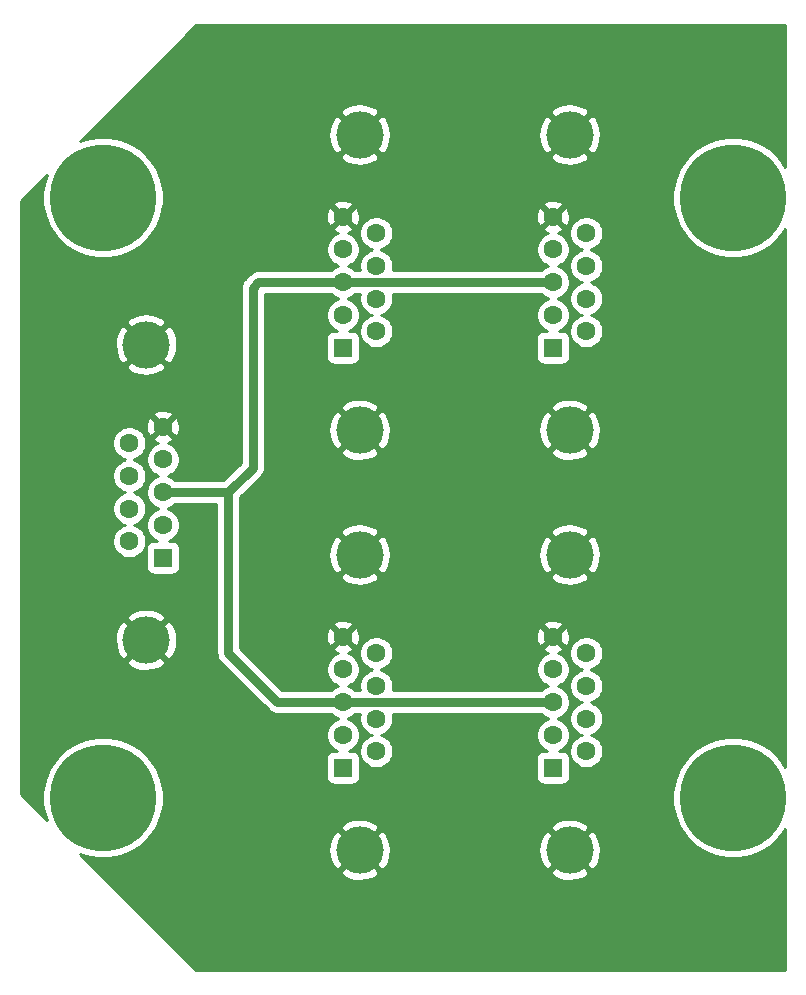
<source format=gbr>
G04 #@! TF.GenerationSoftware,KiCad,Pcbnew,5.1.5-52549c5~84~ubuntu18.04.1*
G04 #@! TF.CreationDate,2020-01-18T14:29:20-05:00*
G04 #@! TF.ProjectId,datapod_IR_splitter,64617461-706f-4645-9f49-525f73706c69,rev?*
G04 #@! TF.SameCoordinates,Original*
G04 #@! TF.FileFunction,Copper,L1,Top*
G04 #@! TF.FilePolarity,Positive*
%FSLAX46Y46*%
G04 Gerber Fmt 4.6, Leading zero omitted, Abs format (unit mm)*
G04 Created by KiCad (PCBNEW 5.1.5-52549c5~84~ubuntu18.04.1) date 2020-01-18 14:29:20*
%MOMM*%
%LPD*%
G04 APERTURE LIST*
%ADD10R,1.600000X1.600000*%
%ADD11C,1.600000*%
%ADD12C,4.000000*%
%ADD13C,9.000000*%
%ADD14C,0.762000*%
%ADD15C,0.254000*%
G04 APERTURE END LIST*
D10*
X119380000Y-111760000D03*
D11*
X119380000Y-108990000D03*
X119380000Y-106220000D03*
X119380000Y-103450000D03*
X119380000Y-100680000D03*
X116540000Y-110375000D03*
X116540000Y-107605000D03*
X116540000Y-104835000D03*
X116540000Y-102065000D03*
D12*
X117960000Y-93720000D03*
X117960000Y-118720000D03*
D10*
X152400000Y-129540000D03*
D11*
X152400000Y-126770000D03*
X152400000Y-124000000D03*
X152400000Y-121230000D03*
X152400000Y-118460000D03*
X155240000Y-128155000D03*
X155240000Y-125385000D03*
X155240000Y-122615000D03*
X155240000Y-119845000D03*
D12*
X153820000Y-136500000D03*
X153820000Y-111500000D03*
X136040000Y-75940000D03*
X136040000Y-100940000D03*
D11*
X137460000Y-84285000D03*
X137460000Y-87055000D03*
X137460000Y-89825000D03*
X137460000Y-92595000D03*
X134620000Y-82900000D03*
X134620000Y-85670000D03*
X134620000Y-88440000D03*
X134620000Y-91210000D03*
D10*
X134620000Y-93980000D03*
X152400000Y-93980000D03*
D11*
X152400000Y-91210000D03*
X152400000Y-88440000D03*
X152400000Y-85670000D03*
X152400000Y-82900000D03*
X155240000Y-92595000D03*
X155240000Y-89825000D03*
X155240000Y-87055000D03*
X155240000Y-84285000D03*
D12*
X153820000Y-100940000D03*
X153820000Y-75940000D03*
X136040000Y-111500000D03*
X136040000Y-136500000D03*
D11*
X137460000Y-119845000D03*
X137460000Y-122615000D03*
X137460000Y-125385000D03*
X137460000Y-128155000D03*
X134620000Y-118460000D03*
X134620000Y-121230000D03*
X134620000Y-124000000D03*
X134620000Y-126770000D03*
D10*
X134620000Y-129540000D03*
D13*
X114300000Y-81280000D03*
X114300000Y-132080000D03*
X167640000Y-132080000D03*
X167640000Y-81280000D03*
D14*
X119380000Y-106220000D02*
X124920000Y-106220000D01*
X124920000Y-106220000D02*
X127000000Y-104140000D01*
X127000000Y-104140000D02*
X127000000Y-88900000D01*
X127460000Y-88440000D02*
X134620000Y-88440000D01*
X127000000Y-88900000D02*
X127460000Y-88440000D01*
X124920000Y-106220000D02*
X124920000Y-119840000D01*
X129080000Y-124000000D02*
X134620000Y-124000000D01*
X124920000Y-119840000D02*
X129080000Y-124000000D01*
X134620000Y-124000000D02*
X152400000Y-124000000D01*
X134620000Y-88440000D02*
X152400000Y-88440000D01*
D15*
G36*
X172060000Y-78652241D02*
G01*
X171628615Y-78006628D01*
X170913372Y-77291385D01*
X170072335Y-76729422D01*
X169137824Y-76342335D01*
X168145753Y-76145000D01*
X167134247Y-76145000D01*
X166142176Y-76342335D01*
X165207665Y-76729422D01*
X164366628Y-77291385D01*
X163651385Y-78006628D01*
X163089422Y-78847665D01*
X162702335Y-79782176D01*
X162505000Y-80774247D01*
X162505000Y-81785753D01*
X162702335Y-82777824D01*
X163089422Y-83712335D01*
X163651385Y-84553372D01*
X164366628Y-85268615D01*
X165207665Y-85830578D01*
X166142176Y-86217665D01*
X167134247Y-86415000D01*
X168145753Y-86415000D01*
X169137824Y-86217665D01*
X170072335Y-85830578D01*
X170913372Y-85268615D01*
X171628615Y-84553372D01*
X172060000Y-83907758D01*
X172060001Y-129452242D01*
X171628615Y-128806628D01*
X170913372Y-128091385D01*
X170072335Y-127529422D01*
X169137824Y-127142335D01*
X168145753Y-126945000D01*
X167134247Y-126945000D01*
X166142176Y-127142335D01*
X165207665Y-127529422D01*
X164366628Y-128091385D01*
X163651385Y-128806628D01*
X163089422Y-129647665D01*
X162702335Y-130582176D01*
X162505000Y-131574247D01*
X162505000Y-132585753D01*
X162702335Y-133577824D01*
X163089422Y-134512335D01*
X163651385Y-135353372D01*
X164366628Y-136068615D01*
X165207665Y-136630578D01*
X166142176Y-137017665D01*
X167134247Y-137215000D01*
X168145753Y-137215000D01*
X169137824Y-137017665D01*
X170072335Y-136630578D01*
X170913372Y-136068615D01*
X171628615Y-135353372D01*
X172060001Y-134707758D01*
X172060001Y-146660000D01*
X122193381Y-146660000D01*
X113880880Y-138347499D01*
X134372106Y-138347499D01*
X134588228Y-138714258D01*
X135048105Y-138954938D01*
X135546098Y-139101275D01*
X136063071Y-139147648D01*
X136579159Y-139092273D01*
X137074526Y-138937279D01*
X137491772Y-138714258D01*
X137707894Y-138347499D01*
X152152106Y-138347499D01*
X152368228Y-138714258D01*
X152828105Y-138954938D01*
X153326098Y-139101275D01*
X153843071Y-139147648D01*
X154359159Y-139092273D01*
X154854526Y-138937279D01*
X155271772Y-138714258D01*
X155487894Y-138347499D01*
X153820000Y-136679605D01*
X152152106Y-138347499D01*
X137707894Y-138347499D01*
X136040000Y-136679605D01*
X134372106Y-138347499D01*
X113880880Y-138347499D01*
X112373469Y-136840089D01*
X112802176Y-137017665D01*
X113794247Y-137215000D01*
X114805753Y-137215000D01*
X115797824Y-137017665D01*
X116732335Y-136630578D01*
X116893230Y-136523071D01*
X133392352Y-136523071D01*
X133447727Y-137039159D01*
X133602721Y-137534526D01*
X133825742Y-137951772D01*
X134192501Y-138167894D01*
X135860395Y-136500000D01*
X136219605Y-136500000D01*
X137887499Y-138167894D01*
X138254258Y-137951772D01*
X138494938Y-137491895D01*
X138641275Y-136993902D01*
X138683509Y-136523071D01*
X151172352Y-136523071D01*
X151227727Y-137039159D01*
X151382721Y-137534526D01*
X151605742Y-137951772D01*
X151972501Y-138167894D01*
X153640395Y-136500000D01*
X153999605Y-136500000D01*
X155667499Y-138167894D01*
X156034258Y-137951772D01*
X156274938Y-137491895D01*
X156421275Y-136993902D01*
X156467648Y-136476929D01*
X156412273Y-135960841D01*
X156257279Y-135465474D01*
X156034258Y-135048228D01*
X155667499Y-134832106D01*
X153999605Y-136500000D01*
X153640395Y-136500000D01*
X151972501Y-134832106D01*
X151605742Y-135048228D01*
X151365062Y-135508105D01*
X151218725Y-136006098D01*
X151172352Y-136523071D01*
X138683509Y-136523071D01*
X138687648Y-136476929D01*
X138632273Y-135960841D01*
X138477279Y-135465474D01*
X138254258Y-135048228D01*
X137887499Y-134832106D01*
X136219605Y-136500000D01*
X135860395Y-136500000D01*
X134192501Y-134832106D01*
X133825742Y-135048228D01*
X133585062Y-135508105D01*
X133438725Y-136006098D01*
X133392352Y-136523071D01*
X116893230Y-136523071D01*
X117573372Y-136068615D01*
X118288615Y-135353372D01*
X118756922Y-134652501D01*
X134372106Y-134652501D01*
X136040000Y-136320395D01*
X137707894Y-134652501D01*
X152152106Y-134652501D01*
X153820000Y-136320395D01*
X155487894Y-134652501D01*
X155271772Y-134285742D01*
X154811895Y-134045062D01*
X154313902Y-133898725D01*
X153796929Y-133852352D01*
X153280841Y-133907727D01*
X152785474Y-134062721D01*
X152368228Y-134285742D01*
X152152106Y-134652501D01*
X137707894Y-134652501D01*
X137491772Y-134285742D01*
X137031895Y-134045062D01*
X136533902Y-133898725D01*
X136016929Y-133852352D01*
X135500841Y-133907727D01*
X135005474Y-134062721D01*
X134588228Y-134285742D01*
X134372106Y-134652501D01*
X118756922Y-134652501D01*
X118850578Y-134512335D01*
X119237665Y-133577824D01*
X119435000Y-132585753D01*
X119435000Y-131574247D01*
X119237665Y-130582176D01*
X118850578Y-129647665D01*
X118288615Y-128806628D01*
X117573372Y-128091385D01*
X116732335Y-127529422D01*
X115797824Y-127142335D01*
X114805753Y-126945000D01*
X113794247Y-126945000D01*
X112802176Y-127142335D01*
X111867665Y-127529422D01*
X111026628Y-128091385D01*
X110311385Y-128806628D01*
X109749422Y-129647665D01*
X109362335Y-130582176D01*
X109165000Y-131574247D01*
X109165000Y-132585753D01*
X109362335Y-133577824D01*
X109539911Y-134006531D01*
X107340000Y-131806620D01*
X107340000Y-120567499D01*
X116292106Y-120567499D01*
X116508228Y-120934258D01*
X116968105Y-121174938D01*
X117466098Y-121321275D01*
X117983071Y-121367648D01*
X118499159Y-121312273D01*
X118994526Y-121157279D01*
X119411772Y-120934258D01*
X119627894Y-120567499D01*
X117960000Y-118899605D01*
X116292106Y-120567499D01*
X107340000Y-120567499D01*
X107340000Y-118743071D01*
X115312352Y-118743071D01*
X115367727Y-119259159D01*
X115522721Y-119754526D01*
X115745742Y-120171772D01*
X116112501Y-120387894D01*
X117780395Y-118720000D01*
X118139605Y-118720000D01*
X119807499Y-120387894D01*
X120174258Y-120171772D01*
X120414938Y-119711895D01*
X120561275Y-119213902D01*
X120607648Y-118696929D01*
X120552273Y-118180841D01*
X120397279Y-117685474D01*
X120174258Y-117268228D01*
X119807499Y-117052106D01*
X118139605Y-118720000D01*
X117780395Y-118720000D01*
X116112501Y-117052106D01*
X115745742Y-117268228D01*
X115505062Y-117728105D01*
X115358725Y-118226098D01*
X115312352Y-118743071D01*
X107340000Y-118743071D01*
X107340000Y-116872501D01*
X116292106Y-116872501D01*
X117960000Y-118540395D01*
X119627894Y-116872501D01*
X119411772Y-116505742D01*
X118951895Y-116265062D01*
X118453902Y-116118725D01*
X117936929Y-116072352D01*
X117420841Y-116127727D01*
X116925474Y-116282721D01*
X116508228Y-116505742D01*
X116292106Y-116872501D01*
X107340000Y-116872501D01*
X107340000Y-101923665D01*
X115105000Y-101923665D01*
X115105000Y-102206335D01*
X115160147Y-102483574D01*
X115268320Y-102744727D01*
X115425363Y-102979759D01*
X115625241Y-103179637D01*
X115860273Y-103336680D01*
X116121426Y-103444853D01*
X116147301Y-103450000D01*
X116121426Y-103455147D01*
X115860273Y-103563320D01*
X115625241Y-103720363D01*
X115425363Y-103920241D01*
X115268320Y-104155273D01*
X115160147Y-104416426D01*
X115105000Y-104693665D01*
X115105000Y-104976335D01*
X115160147Y-105253574D01*
X115268320Y-105514727D01*
X115425363Y-105749759D01*
X115625241Y-105949637D01*
X115860273Y-106106680D01*
X116121426Y-106214853D01*
X116147301Y-106220000D01*
X116121426Y-106225147D01*
X115860273Y-106333320D01*
X115625241Y-106490363D01*
X115425363Y-106690241D01*
X115268320Y-106925273D01*
X115160147Y-107186426D01*
X115105000Y-107463665D01*
X115105000Y-107746335D01*
X115160147Y-108023574D01*
X115268320Y-108284727D01*
X115425363Y-108519759D01*
X115625241Y-108719637D01*
X115860273Y-108876680D01*
X116121426Y-108984853D01*
X116147301Y-108990000D01*
X116121426Y-108995147D01*
X115860273Y-109103320D01*
X115625241Y-109260363D01*
X115425363Y-109460241D01*
X115268320Y-109695273D01*
X115160147Y-109956426D01*
X115105000Y-110233665D01*
X115105000Y-110516335D01*
X115160147Y-110793574D01*
X115268320Y-111054727D01*
X115425363Y-111289759D01*
X115625241Y-111489637D01*
X115860273Y-111646680D01*
X116121426Y-111754853D01*
X116398665Y-111810000D01*
X116681335Y-111810000D01*
X116958574Y-111754853D01*
X117219727Y-111646680D01*
X117454759Y-111489637D01*
X117654637Y-111289759D01*
X117811680Y-111054727D01*
X117850917Y-110960000D01*
X117941928Y-110960000D01*
X117941928Y-112560000D01*
X117954188Y-112684482D01*
X117990498Y-112804180D01*
X118049463Y-112914494D01*
X118128815Y-113011185D01*
X118225506Y-113090537D01*
X118335820Y-113149502D01*
X118455518Y-113185812D01*
X118580000Y-113198072D01*
X120180000Y-113198072D01*
X120304482Y-113185812D01*
X120424180Y-113149502D01*
X120534494Y-113090537D01*
X120631185Y-113011185D01*
X120710537Y-112914494D01*
X120769502Y-112804180D01*
X120805812Y-112684482D01*
X120818072Y-112560000D01*
X120818072Y-110960000D01*
X120805812Y-110835518D01*
X120769502Y-110715820D01*
X120710537Y-110605506D01*
X120631185Y-110508815D01*
X120534494Y-110429463D01*
X120424180Y-110370498D01*
X120304482Y-110334188D01*
X120180000Y-110321928D01*
X119914275Y-110321928D01*
X120059727Y-110261680D01*
X120294759Y-110104637D01*
X120494637Y-109904759D01*
X120651680Y-109669727D01*
X120759853Y-109408574D01*
X120815000Y-109131335D01*
X120815000Y-108848665D01*
X120759853Y-108571426D01*
X120651680Y-108310273D01*
X120494637Y-108075241D01*
X120294759Y-107875363D01*
X120059727Y-107718320D01*
X119798574Y-107610147D01*
X119772699Y-107605000D01*
X119798574Y-107599853D01*
X120059727Y-107491680D01*
X120294759Y-107334637D01*
X120393396Y-107236000D01*
X123904000Y-107236000D01*
X123904001Y-119790088D01*
X123899085Y-119840000D01*
X123918702Y-120039170D01*
X123958927Y-120171772D01*
X123976799Y-120230687D01*
X124071141Y-120407190D01*
X124198105Y-120561896D01*
X124236868Y-120593708D01*
X128326292Y-124683133D01*
X128358104Y-124721896D01*
X128512810Y-124848860D01*
X128689313Y-124943202D01*
X128822732Y-124983674D01*
X128880828Y-125001298D01*
X128900177Y-125003204D01*
X129030098Y-125016000D01*
X129030105Y-125016000D01*
X129079999Y-125020914D01*
X129129893Y-125016000D01*
X133606604Y-125016000D01*
X133705241Y-125114637D01*
X133940273Y-125271680D01*
X134201426Y-125379853D01*
X134227301Y-125385000D01*
X134201426Y-125390147D01*
X133940273Y-125498320D01*
X133705241Y-125655363D01*
X133505363Y-125855241D01*
X133348320Y-126090273D01*
X133240147Y-126351426D01*
X133185000Y-126628665D01*
X133185000Y-126911335D01*
X133240147Y-127188574D01*
X133348320Y-127449727D01*
X133505363Y-127684759D01*
X133705241Y-127884637D01*
X133940273Y-128041680D01*
X134085725Y-128101928D01*
X133820000Y-128101928D01*
X133695518Y-128114188D01*
X133575820Y-128150498D01*
X133465506Y-128209463D01*
X133368815Y-128288815D01*
X133289463Y-128385506D01*
X133230498Y-128495820D01*
X133194188Y-128615518D01*
X133181928Y-128740000D01*
X133181928Y-130340000D01*
X133194188Y-130464482D01*
X133230498Y-130584180D01*
X133289463Y-130694494D01*
X133368815Y-130791185D01*
X133465506Y-130870537D01*
X133575820Y-130929502D01*
X133695518Y-130965812D01*
X133820000Y-130978072D01*
X135420000Y-130978072D01*
X135544482Y-130965812D01*
X135664180Y-130929502D01*
X135774494Y-130870537D01*
X135871185Y-130791185D01*
X135950537Y-130694494D01*
X136009502Y-130584180D01*
X136045812Y-130464482D01*
X136058072Y-130340000D01*
X136058072Y-128740000D01*
X136045812Y-128615518D01*
X136009502Y-128495820D01*
X135950537Y-128385506D01*
X135871185Y-128288815D01*
X135774494Y-128209463D01*
X135664180Y-128150498D01*
X135544482Y-128114188D01*
X135420000Y-128101928D01*
X135154275Y-128101928D01*
X135299727Y-128041680D01*
X135534759Y-127884637D01*
X135734637Y-127684759D01*
X135891680Y-127449727D01*
X135999853Y-127188574D01*
X136055000Y-126911335D01*
X136055000Y-126628665D01*
X135999853Y-126351426D01*
X135891680Y-126090273D01*
X135734637Y-125855241D01*
X135534759Y-125655363D01*
X135299727Y-125498320D01*
X135038574Y-125390147D01*
X135012699Y-125385000D01*
X135038574Y-125379853D01*
X135299727Y-125271680D01*
X135534759Y-125114637D01*
X135633396Y-125016000D01*
X136070286Y-125016000D01*
X136025000Y-125243665D01*
X136025000Y-125526335D01*
X136080147Y-125803574D01*
X136188320Y-126064727D01*
X136345363Y-126299759D01*
X136545241Y-126499637D01*
X136780273Y-126656680D01*
X137041426Y-126764853D01*
X137067301Y-126770000D01*
X137041426Y-126775147D01*
X136780273Y-126883320D01*
X136545241Y-127040363D01*
X136345363Y-127240241D01*
X136188320Y-127475273D01*
X136080147Y-127736426D01*
X136025000Y-128013665D01*
X136025000Y-128296335D01*
X136080147Y-128573574D01*
X136188320Y-128834727D01*
X136345363Y-129069759D01*
X136545241Y-129269637D01*
X136780273Y-129426680D01*
X137041426Y-129534853D01*
X137318665Y-129590000D01*
X137601335Y-129590000D01*
X137878574Y-129534853D01*
X138139727Y-129426680D01*
X138374759Y-129269637D01*
X138574637Y-129069759D01*
X138731680Y-128834727D01*
X138839853Y-128573574D01*
X138895000Y-128296335D01*
X138895000Y-128013665D01*
X138839853Y-127736426D01*
X138731680Y-127475273D01*
X138574637Y-127240241D01*
X138374759Y-127040363D01*
X138139727Y-126883320D01*
X137878574Y-126775147D01*
X137852699Y-126770000D01*
X137878574Y-126764853D01*
X138139727Y-126656680D01*
X138374759Y-126499637D01*
X138574637Y-126299759D01*
X138731680Y-126064727D01*
X138839853Y-125803574D01*
X138895000Y-125526335D01*
X138895000Y-125243665D01*
X138849714Y-125016000D01*
X151386604Y-125016000D01*
X151485241Y-125114637D01*
X151720273Y-125271680D01*
X151981426Y-125379853D01*
X152007301Y-125385000D01*
X151981426Y-125390147D01*
X151720273Y-125498320D01*
X151485241Y-125655363D01*
X151285363Y-125855241D01*
X151128320Y-126090273D01*
X151020147Y-126351426D01*
X150965000Y-126628665D01*
X150965000Y-126911335D01*
X151020147Y-127188574D01*
X151128320Y-127449727D01*
X151285363Y-127684759D01*
X151485241Y-127884637D01*
X151720273Y-128041680D01*
X151865725Y-128101928D01*
X151600000Y-128101928D01*
X151475518Y-128114188D01*
X151355820Y-128150498D01*
X151245506Y-128209463D01*
X151148815Y-128288815D01*
X151069463Y-128385506D01*
X151010498Y-128495820D01*
X150974188Y-128615518D01*
X150961928Y-128740000D01*
X150961928Y-130340000D01*
X150974188Y-130464482D01*
X151010498Y-130584180D01*
X151069463Y-130694494D01*
X151148815Y-130791185D01*
X151245506Y-130870537D01*
X151355820Y-130929502D01*
X151475518Y-130965812D01*
X151600000Y-130978072D01*
X153200000Y-130978072D01*
X153324482Y-130965812D01*
X153444180Y-130929502D01*
X153554494Y-130870537D01*
X153651185Y-130791185D01*
X153730537Y-130694494D01*
X153789502Y-130584180D01*
X153825812Y-130464482D01*
X153838072Y-130340000D01*
X153838072Y-128740000D01*
X153825812Y-128615518D01*
X153789502Y-128495820D01*
X153730537Y-128385506D01*
X153651185Y-128288815D01*
X153554494Y-128209463D01*
X153444180Y-128150498D01*
X153324482Y-128114188D01*
X153200000Y-128101928D01*
X152934275Y-128101928D01*
X153079727Y-128041680D01*
X153314759Y-127884637D01*
X153514637Y-127684759D01*
X153671680Y-127449727D01*
X153779853Y-127188574D01*
X153835000Y-126911335D01*
X153835000Y-126628665D01*
X153779853Y-126351426D01*
X153671680Y-126090273D01*
X153514637Y-125855241D01*
X153314759Y-125655363D01*
X153079727Y-125498320D01*
X152818574Y-125390147D01*
X152792699Y-125385000D01*
X152818574Y-125379853D01*
X153079727Y-125271680D01*
X153314759Y-125114637D01*
X153514637Y-124914759D01*
X153671680Y-124679727D01*
X153779853Y-124418574D01*
X153835000Y-124141335D01*
X153835000Y-123858665D01*
X153779853Y-123581426D01*
X153671680Y-123320273D01*
X153514637Y-123085241D01*
X153314759Y-122885363D01*
X153079727Y-122728320D01*
X152818574Y-122620147D01*
X152792699Y-122615000D01*
X152818574Y-122609853D01*
X153079727Y-122501680D01*
X153314759Y-122344637D01*
X153514637Y-122144759D01*
X153671680Y-121909727D01*
X153779853Y-121648574D01*
X153835000Y-121371335D01*
X153835000Y-121088665D01*
X153779853Y-120811426D01*
X153671680Y-120550273D01*
X153514637Y-120315241D01*
X153314759Y-120115363D01*
X153079727Y-119958320D01*
X152818574Y-119850147D01*
X152790118Y-119844487D01*
X153016292Y-119763603D01*
X153128429Y-119703665D01*
X153805000Y-119703665D01*
X153805000Y-119986335D01*
X153860147Y-120263574D01*
X153968320Y-120524727D01*
X154125363Y-120759759D01*
X154325241Y-120959637D01*
X154560273Y-121116680D01*
X154821426Y-121224853D01*
X154847301Y-121230000D01*
X154821426Y-121235147D01*
X154560273Y-121343320D01*
X154325241Y-121500363D01*
X154125363Y-121700241D01*
X153968320Y-121935273D01*
X153860147Y-122196426D01*
X153805000Y-122473665D01*
X153805000Y-122756335D01*
X153860147Y-123033574D01*
X153968320Y-123294727D01*
X154125363Y-123529759D01*
X154325241Y-123729637D01*
X154560273Y-123886680D01*
X154821426Y-123994853D01*
X154847301Y-124000000D01*
X154821426Y-124005147D01*
X154560273Y-124113320D01*
X154325241Y-124270363D01*
X154125363Y-124470241D01*
X153968320Y-124705273D01*
X153860147Y-124966426D01*
X153805000Y-125243665D01*
X153805000Y-125526335D01*
X153860147Y-125803574D01*
X153968320Y-126064727D01*
X154125363Y-126299759D01*
X154325241Y-126499637D01*
X154560273Y-126656680D01*
X154821426Y-126764853D01*
X154847301Y-126770000D01*
X154821426Y-126775147D01*
X154560273Y-126883320D01*
X154325241Y-127040363D01*
X154125363Y-127240241D01*
X153968320Y-127475273D01*
X153860147Y-127736426D01*
X153805000Y-128013665D01*
X153805000Y-128296335D01*
X153860147Y-128573574D01*
X153968320Y-128834727D01*
X154125363Y-129069759D01*
X154325241Y-129269637D01*
X154560273Y-129426680D01*
X154821426Y-129534853D01*
X155098665Y-129590000D01*
X155381335Y-129590000D01*
X155658574Y-129534853D01*
X155919727Y-129426680D01*
X156154759Y-129269637D01*
X156354637Y-129069759D01*
X156511680Y-128834727D01*
X156619853Y-128573574D01*
X156675000Y-128296335D01*
X156675000Y-128013665D01*
X156619853Y-127736426D01*
X156511680Y-127475273D01*
X156354637Y-127240241D01*
X156154759Y-127040363D01*
X155919727Y-126883320D01*
X155658574Y-126775147D01*
X155632699Y-126770000D01*
X155658574Y-126764853D01*
X155919727Y-126656680D01*
X156154759Y-126499637D01*
X156354637Y-126299759D01*
X156511680Y-126064727D01*
X156619853Y-125803574D01*
X156675000Y-125526335D01*
X156675000Y-125243665D01*
X156619853Y-124966426D01*
X156511680Y-124705273D01*
X156354637Y-124470241D01*
X156154759Y-124270363D01*
X155919727Y-124113320D01*
X155658574Y-124005147D01*
X155632699Y-124000000D01*
X155658574Y-123994853D01*
X155919727Y-123886680D01*
X156154759Y-123729637D01*
X156354637Y-123529759D01*
X156511680Y-123294727D01*
X156619853Y-123033574D01*
X156675000Y-122756335D01*
X156675000Y-122473665D01*
X156619853Y-122196426D01*
X156511680Y-121935273D01*
X156354637Y-121700241D01*
X156154759Y-121500363D01*
X155919727Y-121343320D01*
X155658574Y-121235147D01*
X155632699Y-121230000D01*
X155658574Y-121224853D01*
X155919727Y-121116680D01*
X156154759Y-120959637D01*
X156354637Y-120759759D01*
X156511680Y-120524727D01*
X156619853Y-120263574D01*
X156675000Y-119986335D01*
X156675000Y-119703665D01*
X156619853Y-119426426D01*
X156511680Y-119165273D01*
X156354637Y-118930241D01*
X156154759Y-118730363D01*
X155919727Y-118573320D01*
X155658574Y-118465147D01*
X155381335Y-118410000D01*
X155098665Y-118410000D01*
X154821426Y-118465147D01*
X154560273Y-118573320D01*
X154325241Y-118730363D01*
X154125363Y-118930241D01*
X153968320Y-119165273D01*
X153860147Y-119426426D01*
X153805000Y-119703665D01*
X153128429Y-119703665D01*
X153141514Y-119696671D01*
X153213097Y-119452702D01*
X152400000Y-118639605D01*
X151586903Y-119452702D01*
X151658486Y-119696671D01*
X151913996Y-119817571D01*
X152016289Y-119843212D01*
X151981426Y-119850147D01*
X151720273Y-119958320D01*
X151485241Y-120115363D01*
X151285363Y-120315241D01*
X151128320Y-120550273D01*
X151020147Y-120811426D01*
X150965000Y-121088665D01*
X150965000Y-121371335D01*
X151020147Y-121648574D01*
X151128320Y-121909727D01*
X151285363Y-122144759D01*
X151485241Y-122344637D01*
X151720273Y-122501680D01*
X151981426Y-122609853D01*
X152007301Y-122615000D01*
X151981426Y-122620147D01*
X151720273Y-122728320D01*
X151485241Y-122885363D01*
X151386604Y-122984000D01*
X138849714Y-122984000D01*
X138895000Y-122756335D01*
X138895000Y-122473665D01*
X138839853Y-122196426D01*
X138731680Y-121935273D01*
X138574637Y-121700241D01*
X138374759Y-121500363D01*
X138139727Y-121343320D01*
X137878574Y-121235147D01*
X137852699Y-121230000D01*
X137878574Y-121224853D01*
X138139727Y-121116680D01*
X138374759Y-120959637D01*
X138574637Y-120759759D01*
X138731680Y-120524727D01*
X138839853Y-120263574D01*
X138895000Y-119986335D01*
X138895000Y-119703665D01*
X138839853Y-119426426D01*
X138731680Y-119165273D01*
X138574637Y-118930241D01*
X138374759Y-118730363D01*
X138139727Y-118573320D01*
X138036380Y-118530512D01*
X150959783Y-118530512D01*
X151001213Y-118810130D01*
X151096397Y-119076292D01*
X151163329Y-119201514D01*
X151407298Y-119273097D01*
X152220395Y-118460000D01*
X152579605Y-118460000D01*
X153392702Y-119273097D01*
X153636671Y-119201514D01*
X153757571Y-118946004D01*
X153826300Y-118671816D01*
X153840217Y-118389488D01*
X153798787Y-118109870D01*
X153703603Y-117843708D01*
X153636671Y-117718486D01*
X153392702Y-117646903D01*
X152579605Y-118460000D01*
X152220395Y-118460000D01*
X151407298Y-117646903D01*
X151163329Y-117718486D01*
X151042429Y-117973996D01*
X150973700Y-118248184D01*
X150959783Y-118530512D01*
X138036380Y-118530512D01*
X137878574Y-118465147D01*
X137601335Y-118410000D01*
X137318665Y-118410000D01*
X137041426Y-118465147D01*
X136780273Y-118573320D01*
X136545241Y-118730363D01*
X136345363Y-118930241D01*
X136188320Y-119165273D01*
X136080147Y-119426426D01*
X136025000Y-119703665D01*
X136025000Y-119986335D01*
X136080147Y-120263574D01*
X136188320Y-120524727D01*
X136345363Y-120759759D01*
X136545241Y-120959637D01*
X136780273Y-121116680D01*
X137041426Y-121224853D01*
X137067301Y-121230000D01*
X137041426Y-121235147D01*
X136780273Y-121343320D01*
X136545241Y-121500363D01*
X136345363Y-121700241D01*
X136188320Y-121935273D01*
X136080147Y-122196426D01*
X136025000Y-122473665D01*
X136025000Y-122756335D01*
X136070286Y-122984000D01*
X135633396Y-122984000D01*
X135534759Y-122885363D01*
X135299727Y-122728320D01*
X135038574Y-122620147D01*
X135012699Y-122615000D01*
X135038574Y-122609853D01*
X135299727Y-122501680D01*
X135534759Y-122344637D01*
X135734637Y-122144759D01*
X135891680Y-121909727D01*
X135999853Y-121648574D01*
X136055000Y-121371335D01*
X136055000Y-121088665D01*
X135999853Y-120811426D01*
X135891680Y-120550273D01*
X135734637Y-120315241D01*
X135534759Y-120115363D01*
X135299727Y-119958320D01*
X135038574Y-119850147D01*
X135010118Y-119844487D01*
X135236292Y-119763603D01*
X135361514Y-119696671D01*
X135433097Y-119452702D01*
X134620000Y-118639605D01*
X133806903Y-119452702D01*
X133878486Y-119696671D01*
X134133996Y-119817571D01*
X134236289Y-119843212D01*
X134201426Y-119850147D01*
X133940273Y-119958320D01*
X133705241Y-120115363D01*
X133505363Y-120315241D01*
X133348320Y-120550273D01*
X133240147Y-120811426D01*
X133185000Y-121088665D01*
X133185000Y-121371335D01*
X133240147Y-121648574D01*
X133348320Y-121909727D01*
X133505363Y-122144759D01*
X133705241Y-122344637D01*
X133940273Y-122501680D01*
X134201426Y-122609853D01*
X134227301Y-122615000D01*
X134201426Y-122620147D01*
X133940273Y-122728320D01*
X133705241Y-122885363D01*
X133606604Y-122984000D01*
X129500841Y-122984000D01*
X125936000Y-119419160D01*
X125936000Y-118530512D01*
X133179783Y-118530512D01*
X133221213Y-118810130D01*
X133316397Y-119076292D01*
X133383329Y-119201514D01*
X133627298Y-119273097D01*
X134440395Y-118460000D01*
X134799605Y-118460000D01*
X135612702Y-119273097D01*
X135856671Y-119201514D01*
X135977571Y-118946004D01*
X136046300Y-118671816D01*
X136060217Y-118389488D01*
X136018787Y-118109870D01*
X135923603Y-117843708D01*
X135856671Y-117718486D01*
X135612702Y-117646903D01*
X134799605Y-118460000D01*
X134440395Y-118460000D01*
X133627298Y-117646903D01*
X133383329Y-117718486D01*
X133262429Y-117973996D01*
X133193700Y-118248184D01*
X133179783Y-118530512D01*
X125936000Y-118530512D01*
X125936000Y-117467298D01*
X133806903Y-117467298D01*
X134620000Y-118280395D01*
X135433097Y-117467298D01*
X151586903Y-117467298D01*
X152400000Y-118280395D01*
X153213097Y-117467298D01*
X153141514Y-117223329D01*
X152886004Y-117102429D01*
X152611816Y-117033700D01*
X152329488Y-117019783D01*
X152049870Y-117061213D01*
X151783708Y-117156397D01*
X151658486Y-117223329D01*
X151586903Y-117467298D01*
X135433097Y-117467298D01*
X135361514Y-117223329D01*
X135106004Y-117102429D01*
X134831816Y-117033700D01*
X134549488Y-117019783D01*
X134269870Y-117061213D01*
X134003708Y-117156397D01*
X133878486Y-117223329D01*
X133806903Y-117467298D01*
X125936000Y-117467298D01*
X125936000Y-113347499D01*
X134372106Y-113347499D01*
X134588228Y-113714258D01*
X135048105Y-113954938D01*
X135546098Y-114101275D01*
X136063071Y-114147648D01*
X136579159Y-114092273D01*
X137074526Y-113937279D01*
X137491772Y-113714258D01*
X137707894Y-113347499D01*
X152152106Y-113347499D01*
X152368228Y-113714258D01*
X152828105Y-113954938D01*
X153326098Y-114101275D01*
X153843071Y-114147648D01*
X154359159Y-114092273D01*
X154854526Y-113937279D01*
X155271772Y-113714258D01*
X155487894Y-113347499D01*
X153820000Y-111679605D01*
X152152106Y-113347499D01*
X137707894Y-113347499D01*
X136040000Y-111679605D01*
X134372106Y-113347499D01*
X125936000Y-113347499D01*
X125936000Y-111523071D01*
X133392352Y-111523071D01*
X133447727Y-112039159D01*
X133602721Y-112534526D01*
X133825742Y-112951772D01*
X134192501Y-113167894D01*
X135860395Y-111500000D01*
X136219605Y-111500000D01*
X137887499Y-113167894D01*
X138254258Y-112951772D01*
X138494938Y-112491895D01*
X138641275Y-111993902D01*
X138683509Y-111523071D01*
X151172352Y-111523071D01*
X151227727Y-112039159D01*
X151382721Y-112534526D01*
X151605742Y-112951772D01*
X151972501Y-113167894D01*
X153640395Y-111500000D01*
X153999605Y-111500000D01*
X155667499Y-113167894D01*
X156034258Y-112951772D01*
X156274938Y-112491895D01*
X156421275Y-111993902D01*
X156467648Y-111476929D01*
X156412273Y-110960841D01*
X156257279Y-110465474D01*
X156034258Y-110048228D01*
X155667499Y-109832106D01*
X153999605Y-111500000D01*
X153640395Y-111500000D01*
X151972501Y-109832106D01*
X151605742Y-110048228D01*
X151365062Y-110508105D01*
X151218725Y-111006098D01*
X151172352Y-111523071D01*
X138683509Y-111523071D01*
X138687648Y-111476929D01*
X138632273Y-110960841D01*
X138477279Y-110465474D01*
X138254258Y-110048228D01*
X137887499Y-109832106D01*
X136219605Y-111500000D01*
X135860395Y-111500000D01*
X134192501Y-109832106D01*
X133825742Y-110048228D01*
X133585062Y-110508105D01*
X133438725Y-111006098D01*
X133392352Y-111523071D01*
X125936000Y-111523071D01*
X125936000Y-109652501D01*
X134372106Y-109652501D01*
X136040000Y-111320395D01*
X137707894Y-109652501D01*
X152152106Y-109652501D01*
X153820000Y-111320395D01*
X155487894Y-109652501D01*
X155271772Y-109285742D01*
X154811895Y-109045062D01*
X154313902Y-108898725D01*
X153796929Y-108852352D01*
X153280841Y-108907727D01*
X152785474Y-109062721D01*
X152368228Y-109285742D01*
X152152106Y-109652501D01*
X137707894Y-109652501D01*
X137491772Y-109285742D01*
X137031895Y-109045062D01*
X136533902Y-108898725D01*
X136016929Y-108852352D01*
X135500841Y-108907727D01*
X135005474Y-109062721D01*
X134588228Y-109285742D01*
X134372106Y-109652501D01*
X125936000Y-109652501D01*
X125936000Y-106640840D01*
X127683133Y-104893708D01*
X127721896Y-104861896D01*
X127848860Y-104707190D01*
X127943202Y-104530687D01*
X128001298Y-104339171D01*
X128016000Y-104189902D01*
X128016000Y-104189895D01*
X128020914Y-104140001D01*
X128016000Y-104090107D01*
X128016000Y-102787499D01*
X134372106Y-102787499D01*
X134588228Y-103154258D01*
X135048105Y-103394938D01*
X135546098Y-103541275D01*
X136063071Y-103587648D01*
X136579159Y-103532273D01*
X137074526Y-103377279D01*
X137491772Y-103154258D01*
X137707894Y-102787499D01*
X152152106Y-102787499D01*
X152368228Y-103154258D01*
X152828105Y-103394938D01*
X153326098Y-103541275D01*
X153843071Y-103587648D01*
X154359159Y-103532273D01*
X154854526Y-103377279D01*
X155271772Y-103154258D01*
X155487894Y-102787499D01*
X153820000Y-101119605D01*
X152152106Y-102787499D01*
X137707894Y-102787499D01*
X136040000Y-101119605D01*
X134372106Y-102787499D01*
X128016000Y-102787499D01*
X128016000Y-100963071D01*
X133392352Y-100963071D01*
X133447727Y-101479159D01*
X133602721Y-101974526D01*
X133825742Y-102391772D01*
X134192501Y-102607894D01*
X135860395Y-100940000D01*
X136219605Y-100940000D01*
X137887499Y-102607894D01*
X138254258Y-102391772D01*
X138494938Y-101931895D01*
X138641275Y-101433902D01*
X138683509Y-100963071D01*
X151172352Y-100963071D01*
X151227727Y-101479159D01*
X151382721Y-101974526D01*
X151605742Y-102391772D01*
X151972501Y-102607894D01*
X153640395Y-100940000D01*
X153999605Y-100940000D01*
X155667499Y-102607894D01*
X156034258Y-102391772D01*
X156274938Y-101931895D01*
X156421275Y-101433902D01*
X156467648Y-100916929D01*
X156412273Y-100400841D01*
X156257279Y-99905474D01*
X156034258Y-99488228D01*
X155667499Y-99272106D01*
X153999605Y-100940000D01*
X153640395Y-100940000D01*
X151972501Y-99272106D01*
X151605742Y-99488228D01*
X151365062Y-99948105D01*
X151218725Y-100446098D01*
X151172352Y-100963071D01*
X138683509Y-100963071D01*
X138687648Y-100916929D01*
X138632273Y-100400841D01*
X138477279Y-99905474D01*
X138254258Y-99488228D01*
X137887499Y-99272106D01*
X136219605Y-100940000D01*
X135860395Y-100940000D01*
X134192501Y-99272106D01*
X133825742Y-99488228D01*
X133585062Y-99948105D01*
X133438725Y-100446098D01*
X133392352Y-100963071D01*
X128016000Y-100963071D01*
X128016000Y-99092501D01*
X134372106Y-99092501D01*
X136040000Y-100760395D01*
X137707894Y-99092501D01*
X152152106Y-99092501D01*
X153820000Y-100760395D01*
X155487894Y-99092501D01*
X155271772Y-98725742D01*
X154811895Y-98485062D01*
X154313902Y-98338725D01*
X153796929Y-98292352D01*
X153280841Y-98347727D01*
X152785474Y-98502721D01*
X152368228Y-98725742D01*
X152152106Y-99092501D01*
X137707894Y-99092501D01*
X137491772Y-98725742D01*
X137031895Y-98485062D01*
X136533902Y-98338725D01*
X136016929Y-98292352D01*
X135500841Y-98347727D01*
X135005474Y-98502721D01*
X134588228Y-98725742D01*
X134372106Y-99092501D01*
X128016000Y-99092501D01*
X128016000Y-89456000D01*
X133606604Y-89456000D01*
X133705241Y-89554637D01*
X133940273Y-89711680D01*
X134201426Y-89819853D01*
X134227301Y-89825000D01*
X134201426Y-89830147D01*
X133940273Y-89938320D01*
X133705241Y-90095363D01*
X133505363Y-90295241D01*
X133348320Y-90530273D01*
X133240147Y-90791426D01*
X133185000Y-91068665D01*
X133185000Y-91351335D01*
X133240147Y-91628574D01*
X133348320Y-91889727D01*
X133505363Y-92124759D01*
X133705241Y-92324637D01*
X133940273Y-92481680D01*
X134085725Y-92541928D01*
X133820000Y-92541928D01*
X133695518Y-92554188D01*
X133575820Y-92590498D01*
X133465506Y-92649463D01*
X133368815Y-92728815D01*
X133289463Y-92825506D01*
X133230498Y-92935820D01*
X133194188Y-93055518D01*
X133181928Y-93180000D01*
X133181928Y-94780000D01*
X133194188Y-94904482D01*
X133230498Y-95024180D01*
X133289463Y-95134494D01*
X133368815Y-95231185D01*
X133465506Y-95310537D01*
X133575820Y-95369502D01*
X133695518Y-95405812D01*
X133820000Y-95418072D01*
X135420000Y-95418072D01*
X135544482Y-95405812D01*
X135664180Y-95369502D01*
X135774494Y-95310537D01*
X135871185Y-95231185D01*
X135950537Y-95134494D01*
X136009502Y-95024180D01*
X136045812Y-94904482D01*
X136058072Y-94780000D01*
X136058072Y-93180000D01*
X136045812Y-93055518D01*
X136009502Y-92935820D01*
X135950537Y-92825506D01*
X135871185Y-92728815D01*
X135774494Y-92649463D01*
X135664180Y-92590498D01*
X135544482Y-92554188D01*
X135420000Y-92541928D01*
X135154275Y-92541928D01*
X135299727Y-92481680D01*
X135534759Y-92324637D01*
X135734637Y-92124759D01*
X135891680Y-91889727D01*
X135999853Y-91628574D01*
X136055000Y-91351335D01*
X136055000Y-91068665D01*
X135999853Y-90791426D01*
X135891680Y-90530273D01*
X135734637Y-90295241D01*
X135534759Y-90095363D01*
X135299727Y-89938320D01*
X135038574Y-89830147D01*
X135012699Y-89825000D01*
X135038574Y-89819853D01*
X135299727Y-89711680D01*
X135534759Y-89554637D01*
X135633396Y-89456000D01*
X136070286Y-89456000D01*
X136025000Y-89683665D01*
X136025000Y-89966335D01*
X136080147Y-90243574D01*
X136188320Y-90504727D01*
X136345363Y-90739759D01*
X136545241Y-90939637D01*
X136780273Y-91096680D01*
X137041426Y-91204853D01*
X137067301Y-91210000D01*
X137041426Y-91215147D01*
X136780273Y-91323320D01*
X136545241Y-91480363D01*
X136345363Y-91680241D01*
X136188320Y-91915273D01*
X136080147Y-92176426D01*
X136025000Y-92453665D01*
X136025000Y-92736335D01*
X136080147Y-93013574D01*
X136188320Y-93274727D01*
X136345363Y-93509759D01*
X136545241Y-93709637D01*
X136780273Y-93866680D01*
X137041426Y-93974853D01*
X137318665Y-94030000D01*
X137601335Y-94030000D01*
X137878574Y-93974853D01*
X138139727Y-93866680D01*
X138374759Y-93709637D01*
X138574637Y-93509759D01*
X138731680Y-93274727D01*
X138839853Y-93013574D01*
X138895000Y-92736335D01*
X138895000Y-92453665D01*
X138839853Y-92176426D01*
X138731680Y-91915273D01*
X138574637Y-91680241D01*
X138374759Y-91480363D01*
X138139727Y-91323320D01*
X137878574Y-91215147D01*
X137852699Y-91210000D01*
X137878574Y-91204853D01*
X138139727Y-91096680D01*
X138374759Y-90939637D01*
X138574637Y-90739759D01*
X138731680Y-90504727D01*
X138839853Y-90243574D01*
X138895000Y-89966335D01*
X138895000Y-89683665D01*
X138849714Y-89456000D01*
X151386604Y-89456000D01*
X151485241Y-89554637D01*
X151720273Y-89711680D01*
X151981426Y-89819853D01*
X152007301Y-89825000D01*
X151981426Y-89830147D01*
X151720273Y-89938320D01*
X151485241Y-90095363D01*
X151285363Y-90295241D01*
X151128320Y-90530273D01*
X151020147Y-90791426D01*
X150965000Y-91068665D01*
X150965000Y-91351335D01*
X151020147Y-91628574D01*
X151128320Y-91889727D01*
X151285363Y-92124759D01*
X151485241Y-92324637D01*
X151720273Y-92481680D01*
X151865725Y-92541928D01*
X151600000Y-92541928D01*
X151475518Y-92554188D01*
X151355820Y-92590498D01*
X151245506Y-92649463D01*
X151148815Y-92728815D01*
X151069463Y-92825506D01*
X151010498Y-92935820D01*
X150974188Y-93055518D01*
X150961928Y-93180000D01*
X150961928Y-94780000D01*
X150974188Y-94904482D01*
X151010498Y-95024180D01*
X151069463Y-95134494D01*
X151148815Y-95231185D01*
X151245506Y-95310537D01*
X151355820Y-95369502D01*
X151475518Y-95405812D01*
X151600000Y-95418072D01*
X153200000Y-95418072D01*
X153324482Y-95405812D01*
X153444180Y-95369502D01*
X153554494Y-95310537D01*
X153651185Y-95231185D01*
X153730537Y-95134494D01*
X153789502Y-95024180D01*
X153825812Y-94904482D01*
X153838072Y-94780000D01*
X153838072Y-93180000D01*
X153825812Y-93055518D01*
X153789502Y-92935820D01*
X153730537Y-92825506D01*
X153651185Y-92728815D01*
X153554494Y-92649463D01*
X153444180Y-92590498D01*
X153324482Y-92554188D01*
X153200000Y-92541928D01*
X152934275Y-92541928D01*
X153079727Y-92481680D01*
X153314759Y-92324637D01*
X153514637Y-92124759D01*
X153671680Y-91889727D01*
X153779853Y-91628574D01*
X153835000Y-91351335D01*
X153835000Y-91068665D01*
X153779853Y-90791426D01*
X153671680Y-90530273D01*
X153514637Y-90295241D01*
X153314759Y-90095363D01*
X153079727Y-89938320D01*
X152818574Y-89830147D01*
X152792699Y-89825000D01*
X152818574Y-89819853D01*
X153079727Y-89711680D01*
X153314759Y-89554637D01*
X153514637Y-89354759D01*
X153671680Y-89119727D01*
X153779853Y-88858574D01*
X153835000Y-88581335D01*
X153835000Y-88298665D01*
X153779853Y-88021426D01*
X153671680Y-87760273D01*
X153514637Y-87525241D01*
X153314759Y-87325363D01*
X153079727Y-87168320D01*
X152818574Y-87060147D01*
X152792699Y-87055000D01*
X152818574Y-87049853D01*
X153079727Y-86941680D01*
X153314759Y-86784637D01*
X153514637Y-86584759D01*
X153671680Y-86349727D01*
X153779853Y-86088574D01*
X153835000Y-85811335D01*
X153835000Y-85528665D01*
X153779853Y-85251426D01*
X153671680Y-84990273D01*
X153514637Y-84755241D01*
X153314759Y-84555363D01*
X153079727Y-84398320D01*
X152818574Y-84290147D01*
X152790118Y-84284487D01*
X153016292Y-84203603D01*
X153128429Y-84143665D01*
X153805000Y-84143665D01*
X153805000Y-84426335D01*
X153860147Y-84703574D01*
X153968320Y-84964727D01*
X154125363Y-85199759D01*
X154325241Y-85399637D01*
X154560273Y-85556680D01*
X154821426Y-85664853D01*
X154847301Y-85670000D01*
X154821426Y-85675147D01*
X154560273Y-85783320D01*
X154325241Y-85940363D01*
X154125363Y-86140241D01*
X153968320Y-86375273D01*
X153860147Y-86636426D01*
X153805000Y-86913665D01*
X153805000Y-87196335D01*
X153860147Y-87473574D01*
X153968320Y-87734727D01*
X154125363Y-87969759D01*
X154325241Y-88169637D01*
X154560273Y-88326680D01*
X154821426Y-88434853D01*
X154847301Y-88440000D01*
X154821426Y-88445147D01*
X154560273Y-88553320D01*
X154325241Y-88710363D01*
X154125363Y-88910241D01*
X153968320Y-89145273D01*
X153860147Y-89406426D01*
X153805000Y-89683665D01*
X153805000Y-89966335D01*
X153860147Y-90243574D01*
X153968320Y-90504727D01*
X154125363Y-90739759D01*
X154325241Y-90939637D01*
X154560273Y-91096680D01*
X154821426Y-91204853D01*
X154847301Y-91210000D01*
X154821426Y-91215147D01*
X154560273Y-91323320D01*
X154325241Y-91480363D01*
X154125363Y-91680241D01*
X153968320Y-91915273D01*
X153860147Y-92176426D01*
X153805000Y-92453665D01*
X153805000Y-92736335D01*
X153860147Y-93013574D01*
X153968320Y-93274727D01*
X154125363Y-93509759D01*
X154325241Y-93709637D01*
X154560273Y-93866680D01*
X154821426Y-93974853D01*
X155098665Y-94030000D01*
X155381335Y-94030000D01*
X155658574Y-93974853D01*
X155919727Y-93866680D01*
X156154759Y-93709637D01*
X156354637Y-93509759D01*
X156511680Y-93274727D01*
X156619853Y-93013574D01*
X156675000Y-92736335D01*
X156675000Y-92453665D01*
X156619853Y-92176426D01*
X156511680Y-91915273D01*
X156354637Y-91680241D01*
X156154759Y-91480363D01*
X155919727Y-91323320D01*
X155658574Y-91215147D01*
X155632699Y-91210000D01*
X155658574Y-91204853D01*
X155919727Y-91096680D01*
X156154759Y-90939637D01*
X156354637Y-90739759D01*
X156511680Y-90504727D01*
X156619853Y-90243574D01*
X156675000Y-89966335D01*
X156675000Y-89683665D01*
X156619853Y-89406426D01*
X156511680Y-89145273D01*
X156354637Y-88910241D01*
X156154759Y-88710363D01*
X155919727Y-88553320D01*
X155658574Y-88445147D01*
X155632699Y-88440000D01*
X155658574Y-88434853D01*
X155919727Y-88326680D01*
X156154759Y-88169637D01*
X156354637Y-87969759D01*
X156511680Y-87734727D01*
X156619853Y-87473574D01*
X156675000Y-87196335D01*
X156675000Y-86913665D01*
X156619853Y-86636426D01*
X156511680Y-86375273D01*
X156354637Y-86140241D01*
X156154759Y-85940363D01*
X155919727Y-85783320D01*
X155658574Y-85675147D01*
X155632699Y-85670000D01*
X155658574Y-85664853D01*
X155919727Y-85556680D01*
X156154759Y-85399637D01*
X156354637Y-85199759D01*
X156511680Y-84964727D01*
X156619853Y-84703574D01*
X156675000Y-84426335D01*
X156675000Y-84143665D01*
X156619853Y-83866426D01*
X156511680Y-83605273D01*
X156354637Y-83370241D01*
X156154759Y-83170363D01*
X155919727Y-83013320D01*
X155658574Y-82905147D01*
X155381335Y-82850000D01*
X155098665Y-82850000D01*
X154821426Y-82905147D01*
X154560273Y-83013320D01*
X154325241Y-83170363D01*
X154125363Y-83370241D01*
X153968320Y-83605273D01*
X153860147Y-83866426D01*
X153805000Y-84143665D01*
X153128429Y-84143665D01*
X153141514Y-84136671D01*
X153213097Y-83892702D01*
X152400000Y-83079605D01*
X151586903Y-83892702D01*
X151658486Y-84136671D01*
X151913996Y-84257571D01*
X152016289Y-84283212D01*
X151981426Y-84290147D01*
X151720273Y-84398320D01*
X151485241Y-84555363D01*
X151285363Y-84755241D01*
X151128320Y-84990273D01*
X151020147Y-85251426D01*
X150965000Y-85528665D01*
X150965000Y-85811335D01*
X151020147Y-86088574D01*
X151128320Y-86349727D01*
X151285363Y-86584759D01*
X151485241Y-86784637D01*
X151720273Y-86941680D01*
X151981426Y-87049853D01*
X152007301Y-87055000D01*
X151981426Y-87060147D01*
X151720273Y-87168320D01*
X151485241Y-87325363D01*
X151386604Y-87424000D01*
X138849714Y-87424000D01*
X138895000Y-87196335D01*
X138895000Y-86913665D01*
X138839853Y-86636426D01*
X138731680Y-86375273D01*
X138574637Y-86140241D01*
X138374759Y-85940363D01*
X138139727Y-85783320D01*
X137878574Y-85675147D01*
X137852699Y-85670000D01*
X137878574Y-85664853D01*
X138139727Y-85556680D01*
X138374759Y-85399637D01*
X138574637Y-85199759D01*
X138731680Y-84964727D01*
X138839853Y-84703574D01*
X138895000Y-84426335D01*
X138895000Y-84143665D01*
X138839853Y-83866426D01*
X138731680Y-83605273D01*
X138574637Y-83370241D01*
X138374759Y-83170363D01*
X138139727Y-83013320D01*
X138036380Y-82970512D01*
X150959783Y-82970512D01*
X151001213Y-83250130D01*
X151096397Y-83516292D01*
X151163329Y-83641514D01*
X151407298Y-83713097D01*
X152220395Y-82900000D01*
X152579605Y-82900000D01*
X153392702Y-83713097D01*
X153636671Y-83641514D01*
X153757571Y-83386004D01*
X153826300Y-83111816D01*
X153840217Y-82829488D01*
X153798787Y-82549870D01*
X153703603Y-82283708D01*
X153636671Y-82158486D01*
X153392702Y-82086903D01*
X152579605Y-82900000D01*
X152220395Y-82900000D01*
X151407298Y-82086903D01*
X151163329Y-82158486D01*
X151042429Y-82413996D01*
X150973700Y-82688184D01*
X150959783Y-82970512D01*
X138036380Y-82970512D01*
X137878574Y-82905147D01*
X137601335Y-82850000D01*
X137318665Y-82850000D01*
X137041426Y-82905147D01*
X136780273Y-83013320D01*
X136545241Y-83170363D01*
X136345363Y-83370241D01*
X136188320Y-83605273D01*
X136080147Y-83866426D01*
X136025000Y-84143665D01*
X136025000Y-84426335D01*
X136080147Y-84703574D01*
X136188320Y-84964727D01*
X136345363Y-85199759D01*
X136545241Y-85399637D01*
X136780273Y-85556680D01*
X137041426Y-85664853D01*
X137067301Y-85670000D01*
X137041426Y-85675147D01*
X136780273Y-85783320D01*
X136545241Y-85940363D01*
X136345363Y-86140241D01*
X136188320Y-86375273D01*
X136080147Y-86636426D01*
X136025000Y-86913665D01*
X136025000Y-87196335D01*
X136070286Y-87424000D01*
X135633396Y-87424000D01*
X135534759Y-87325363D01*
X135299727Y-87168320D01*
X135038574Y-87060147D01*
X135012699Y-87055000D01*
X135038574Y-87049853D01*
X135299727Y-86941680D01*
X135534759Y-86784637D01*
X135734637Y-86584759D01*
X135891680Y-86349727D01*
X135999853Y-86088574D01*
X136055000Y-85811335D01*
X136055000Y-85528665D01*
X135999853Y-85251426D01*
X135891680Y-84990273D01*
X135734637Y-84755241D01*
X135534759Y-84555363D01*
X135299727Y-84398320D01*
X135038574Y-84290147D01*
X135010118Y-84284487D01*
X135236292Y-84203603D01*
X135361514Y-84136671D01*
X135433097Y-83892702D01*
X134620000Y-83079605D01*
X133806903Y-83892702D01*
X133878486Y-84136671D01*
X134133996Y-84257571D01*
X134236289Y-84283212D01*
X134201426Y-84290147D01*
X133940273Y-84398320D01*
X133705241Y-84555363D01*
X133505363Y-84755241D01*
X133348320Y-84990273D01*
X133240147Y-85251426D01*
X133185000Y-85528665D01*
X133185000Y-85811335D01*
X133240147Y-86088574D01*
X133348320Y-86349727D01*
X133505363Y-86584759D01*
X133705241Y-86784637D01*
X133940273Y-86941680D01*
X134201426Y-87049853D01*
X134227301Y-87055000D01*
X134201426Y-87060147D01*
X133940273Y-87168320D01*
X133705241Y-87325363D01*
X133606604Y-87424000D01*
X127509893Y-87424000D01*
X127459999Y-87419086D01*
X127410105Y-87424000D01*
X127410098Y-87424000D01*
X127260829Y-87438702D01*
X127069313Y-87496798D01*
X126892810Y-87591140D01*
X126738104Y-87718104D01*
X126706287Y-87756873D01*
X126316868Y-88146292D01*
X126278105Y-88178104D01*
X126151141Y-88332810D01*
X126093847Y-88440000D01*
X126056799Y-88509313D01*
X125998702Y-88700830D01*
X125979085Y-88900000D01*
X125984001Y-88949912D01*
X125984000Y-103719159D01*
X124499160Y-105204000D01*
X120393396Y-105204000D01*
X120294759Y-105105363D01*
X120059727Y-104948320D01*
X119798574Y-104840147D01*
X119772699Y-104835000D01*
X119798574Y-104829853D01*
X120059727Y-104721680D01*
X120294759Y-104564637D01*
X120494637Y-104364759D01*
X120651680Y-104129727D01*
X120759853Y-103868574D01*
X120815000Y-103591335D01*
X120815000Y-103308665D01*
X120759853Y-103031426D01*
X120651680Y-102770273D01*
X120494637Y-102535241D01*
X120294759Y-102335363D01*
X120059727Y-102178320D01*
X119798574Y-102070147D01*
X119770118Y-102064487D01*
X119996292Y-101983603D01*
X120121514Y-101916671D01*
X120193097Y-101672702D01*
X119380000Y-100859605D01*
X118566903Y-101672702D01*
X118638486Y-101916671D01*
X118893996Y-102037571D01*
X118996289Y-102063212D01*
X118961426Y-102070147D01*
X118700273Y-102178320D01*
X118465241Y-102335363D01*
X118265363Y-102535241D01*
X118108320Y-102770273D01*
X118000147Y-103031426D01*
X117945000Y-103308665D01*
X117945000Y-103591335D01*
X118000147Y-103868574D01*
X118108320Y-104129727D01*
X118265363Y-104364759D01*
X118465241Y-104564637D01*
X118700273Y-104721680D01*
X118961426Y-104829853D01*
X118987301Y-104835000D01*
X118961426Y-104840147D01*
X118700273Y-104948320D01*
X118465241Y-105105363D01*
X118265363Y-105305241D01*
X118108320Y-105540273D01*
X118000147Y-105801426D01*
X117945000Y-106078665D01*
X117945000Y-106361335D01*
X118000147Y-106638574D01*
X118108320Y-106899727D01*
X118265363Y-107134759D01*
X118465241Y-107334637D01*
X118700273Y-107491680D01*
X118961426Y-107599853D01*
X118987301Y-107605000D01*
X118961426Y-107610147D01*
X118700273Y-107718320D01*
X118465241Y-107875363D01*
X118265363Y-108075241D01*
X118108320Y-108310273D01*
X118000147Y-108571426D01*
X117945000Y-108848665D01*
X117945000Y-109131335D01*
X118000147Y-109408574D01*
X118108320Y-109669727D01*
X118265363Y-109904759D01*
X118465241Y-110104637D01*
X118700273Y-110261680D01*
X118845725Y-110321928D01*
X118580000Y-110321928D01*
X118455518Y-110334188D01*
X118335820Y-110370498D01*
X118225506Y-110429463D01*
X118128815Y-110508815D01*
X118049463Y-110605506D01*
X117990498Y-110715820D01*
X117954188Y-110835518D01*
X117941928Y-110960000D01*
X117850917Y-110960000D01*
X117919853Y-110793574D01*
X117975000Y-110516335D01*
X117975000Y-110233665D01*
X117919853Y-109956426D01*
X117811680Y-109695273D01*
X117654637Y-109460241D01*
X117454759Y-109260363D01*
X117219727Y-109103320D01*
X116958574Y-108995147D01*
X116932699Y-108990000D01*
X116958574Y-108984853D01*
X117219727Y-108876680D01*
X117454759Y-108719637D01*
X117654637Y-108519759D01*
X117811680Y-108284727D01*
X117919853Y-108023574D01*
X117975000Y-107746335D01*
X117975000Y-107463665D01*
X117919853Y-107186426D01*
X117811680Y-106925273D01*
X117654637Y-106690241D01*
X117454759Y-106490363D01*
X117219727Y-106333320D01*
X116958574Y-106225147D01*
X116932699Y-106220000D01*
X116958574Y-106214853D01*
X117219727Y-106106680D01*
X117454759Y-105949637D01*
X117654637Y-105749759D01*
X117811680Y-105514727D01*
X117919853Y-105253574D01*
X117975000Y-104976335D01*
X117975000Y-104693665D01*
X117919853Y-104416426D01*
X117811680Y-104155273D01*
X117654637Y-103920241D01*
X117454759Y-103720363D01*
X117219727Y-103563320D01*
X116958574Y-103455147D01*
X116932699Y-103450000D01*
X116958574Y-103444853D01*
X117219727Y-103336680D01*
X117454759Y-103179637D01*
X117654637Y-102979759D01*
X117811680Y-102744727D01*
X117919853Y-102483574D01*
X117975000Y-102206335D01*
X117975000Y-101923665D01*
X117919853Y-101646426D01*
X117811680Y-101385273D01*
X117654637Y-101150241D01*
X117454759Y-100950363D01*
X117219727Y-100793320D01*
X117116380Y-100750512D01*
X117939783Y-100750512D01*
X117981213Y-101030130D01*
X118076397Y-101296292D01*
X118143329Y-101421514D01*
X118387298Y-101493097D01*
X119200395Y-100680000D01*
X119559605Y-100680000D01*
X120372702Y-101493097D01*
X120616671Y-101421514D01*
X120737571Y-101166004D01*
X120806300Y-100891816D01*
X120820217Y-100609488D01*
X120778787Y-100329870D01*
X120683603Y-100063708D01*
X120616671Y-99938486D01*
X120372702Y-99866903D01*
X119559605Y-100680000D01*
X119200395Y-100680000D01*
X118387298Y-99866903D01*
X118143329Y-99938486D01*
X118022429Y-100193996D01*
X117953700Y-100468184D01*
X117939783Y-100750512D01*
X117116380Y-100750512D01*
X116958574Y-100685147D01*
X116681335Y-100630000D01*
X116398665Y-100630000D01*
X116121426Y-100685147D01*
X115860273Y-100793320D01*
X115625241Y-100950363D01*
X115425363Y-101150241D01*
X115268320Y-101385273D01*
X115160147Y-101646426D01*
X115105000Y-101923665D01*
X107340000Y-101923665D01*
X107340000Y-99687298D01*
X118566903Y-99687298D01*
X119380000Y-100500395D01*
X120193097Y-99687298D01*
X120121514Y-99443329D01*
X119866004Y-99322429D01*
X119591816Y-99253700D01*
X119309488Y-99239783D01*
X119029870Y-99281213D01*
X118763708Y-99376397D01*
X118638486Y-99443329D01*
X118566903Y-99687298D01*
X107340000Y-99687298D01*
X107340000Y-95567499D01*
X116292106Y-95567499D01*
X116508228Y-95934258D01*
X116968105Y-96174938D01*
X117466098Y-96321275D01*
X117983071Y-96367648D01*
X118499159Y-96312273D01*
X118994526Y-96157279D01*
X119411772Y-95934258D01*
X119627894Y-95567499D01*
X117960000Y-93899605D01*
X116292106Y-95567499D01*
X107340000Y-95567499D01*
X107340000Y-93743071D01*
X115312352Y-93743071D01*
X115367727Y-94259159D01*
X115522721Y-94754526D01*
X115745742Y-95171772D01*
X116112501Y-95387894D01*
X117780395Y-93720000D01*
X118139605Y-93720000D01*
X119807499Y-95387894D01*
X120174258Y-95171772D01*
X120414938Y-94711895D01*
X120561275Y-94213902D01*
X120607648Y-93696929D01*
X120552273Y-93180841D01*
X120397279Y-92685474D01*
X120174258Y-92268228D01*
X119807499Y-92052106D01*
X118139605Y-93720000D01*
X117780395Y-93720000D01*
X116112501Y-92052106D01*
X115745742Y-92268228D01*
X115505062Y-92728105D01*
X115358725Y-93226098D01*
X115312352Y-93743071D01*
X107340000Y-93743071D01*
X107340000Y-91872501D01*
X116292106Y-91872501D01*
X117960000Y-93540395D01*
X119627894Y-91872501D01*
X119411772Y-91505742D01*
X118951895Y-91265062D01*
X118453902Y-91118725D01*
X117936929Y-91072352D01*
X117420841Y-91127727D01*
X116925474Y-91282721D01*
X116508228Y-91505742D01*
X116292106Y-91872501D01*
X107340000Y-91872501D01*
X107340000Y-81553380D01*
X109539911Y-79353469D01*
X109362335Y-79782176D01*
X109165000Y-80774247D01*
X109165000Y-81785753D01*
X109362335Y-82777824D01*
X109749422Y-83712335D01*
X110311385Y-84553372D01*
X111026628Y-85268615D01*
X111867665Y-85830578D01*
X112802176Y-86217665D01*
X113794247Y-86415000D01*
X114805753Y-86415000D01*
X115797824Y-86217665D01*
X116732335Y-85830578D01*
X117573372Y-85268615D01*
X118288615Y-84553372D01*
X118850578Y-83712335D01*
X119157851Y-82970512D01*
X133179783Y-82970512D01*
X133221213Y-83250130D01*
X133316397Y-83516292D01*
X133383329Y-83641514D01*
X133627298Y-83713097D01*
X134440395Y-82900000D01*
X134799605Y-82900000D01*
X135612702Y-83713097D01*
X135856671Y-83641514D01*
X135977571Y-83386004D01*
X136046300Y-83111816D01*
X136060217Y-82829488D01*
X136018787Y-82549870D01*
X135923603Y-82283708D01*
X135856671Y-82158486D01*
X135612702Y-82086903D01*
X134799605Y-82900000D01*
X134440395Y-82900000D01*
X133627298Y-82086903D01*
X133383329Y-82158486D01*
X133262429Y-82413996D01*
X133193700Y-82688184D01*
X133179783Y-82970512D01*
X119157851Y-82970512D01*
X119237665Y-82777824D01*
X119410823Y-81907298D01*
X133806903Y-81907298D01*
X134620000Y-82720395D01*
X135433097Y-81907298D01*
X151586903Y-81907298D01*
X152400000Y-82720395D01*
X153213097Y-81907298D01*
X153141514Y-81663329D01*
X152886004Y-81542429D01*
X152611816Y-81473700D01*
X152329488Y-81459783D01*
X152049870Y-81501213D01*
X151783708Y-81596397D01*
X151658486Y-81663329D01*
X151586903Y-81907298D01*
X135433097Y-81907298D01*
X135361514Y-81663329D01*
X135106004Y-81542429D01*
X134831816Y-81473700D01*
X134549488Y-81459783D01*
X134269870Y-81501213D01*
X134003708Y-81596397D01*
X133878486Y-81663329D01*
X133806903Y-81907298D01*
X119410823Y-81907298D01*
X119435000Y-81785753D01*
X119435000Y-80774247D01*
X119237665Y-79782176D01*
X118850578Y-78847665D01*
X118288615Y-78006628D01*
X118069486Y-77787499D01*
X134372106Y-77787499D01*
X134588228Y-78154258D01*
X135048105Y-78394938D01*
X135546098Y-78541275D01*
X136063071Y-78587648D01*
X136579159Y-78532273D01*
X137074526Y-78377279D01*
X137491772Y-78154258D01*
X137707894Y-77787499D01*
X152152106Y-77787499D01*
X152368228Y-78154258D01*
X152828105Y-78394938D01*
X153326098Y-78541275D01*
X153843071Y-78587648D01*
X154359159Y-78532273D01*
X154854526Y-78377279D01*
X155271772Y-78154258D01*
X155487894Y-77787499D01*
X153820000Y-76119605D01*
X152152106Y-77787499D01*
X137707894Y-77787499D01*
X136040000Y-76119605D01*
X134372106Y-77787499D01*
X118069486Y-77787499D01*
X117573372Y-77291385D01*
X116732335Y-76729422D01*
X115797824Y-76342335D01*
X114805753Y-76145000D01*
X113794247Y-76145000D01*
X112802176Y-76342335D01*
X112373469Y-76519911D01*
X112930309Y-75963071D01*
X133392352Y-75963071D01*
X133447727Y-76479159D01*
X133602721Y-76974526D01*
X133825742Y-77391772D01*
X134192501Y-77607894D01*
X135860395Y-75940000D01*
X136219605Y-75940000D01*
X137887499Y-77607894D01*
X138254258Y-77391772D01*
X138494938Y-76931895D01*
X138641275Y-76433902D01*
X138683509Y-75963071D01*
X151172352Y-75963071D01*
X151227727Y-76479159D01*
X151382721Y-76974526D01*
X151605742Y-77391772D01*
X151972501Y-77607894D01*
X153640395Y-75940000D01*
X153999605Y-75940000D01*
X155667499Y-77607894D01*
X156034258Y-77391772D01*
X156274938Y-76931895D01*
X156421275Y-76433902D01*
X156467648Y-75916929D01*
X156412273Y-75400841D01*
X156257279Y-74905474D01*
X156034258Y-74488228D01*
X155667499Y-74272106D01*
X153999605Y-75940000D01*
X153640395Y-75940000D01*
X151972501Y-74272106D01*
X151605742Y-74488228D01*
X151365062Y-74948105D01*
X151218725Y-75446098D01*
X151172352Y-75963071D01*
X138683509Y-75963071D01*
X138687648Y-75916929D01*
X138632273Y-75400841D01*
X138477279Y-74905474D01*
X138254258Y-74488228D01*
X137887499Y-74272106D01*
X136219605Y-75940000D01*
X135860395Y-75940000D01*
X134192501Y-74272106D01*
X133825742Y-74488228D01*
X133585062Y-74948105D01*
X133438725Y-75446098D01*
X133392352Y-75963071D01*
X112930309Y-75963071D01*
X114800879Y-74092501D01*
X134372106Y-74092501D01*
X136040000Y-75760395D01*
X137707894Y-74092501D01*
X152152106Y-74092501D01*
X153820000Y-75760395D01*
X155487894Y-74092501D01*
X155271772Y-73725742D01*
X154811895Y-73485062D01*
X154313902Y-73338725D01*
X153796929Y-73292352D01*
X153280841Y-73347727D01*
X152785474Y-73502721D01*
X152368228Y-73725742D01*
X152152106Y-74092501D01*
X137707894Y-74092501D01*
X137491772Y-73725742D01*
X137031895Y-73485062D01*
X136533902Y-73338725D01*
X136016929Y-73292352D01*
X135500841Y-73347727D01*
X135005474Y-73502721D01*
X134588228Y-73725742D01*
X134372106Y-74092501D01*
X114800879Y-74092501D01*
X122193381Y-66700000D01*
X172060000Y-66700000D01*
X172060000Y-78652241D01*
G37*
X172060000Y-78652241D02*
X171628615Y-78006628D01*
X170913372Y-77291385D01*
X170072335Y-76729422D01*
X169137824Y-76342335D01*
X168145753Y-76145000D01*
X167134247Y-76145000D01*
X166142176Y-76342335D01*
X165207665Y-76729422D01*
X164366628Y-77291385D01*
X163651385Y-78006628D01*
X163089422Y-78847665D01*
X162702335Y-79782176D01*
X162505000Y-80774247D01*
X162505000Y-81785753D01*
X162702335Y-82777824D01*
X163089422Y-83712335D01*
X163651385Y-84553372D01*
X164366628Y-85268615D01*
X165207665Y-85830578D01*
X166142176Y-86217665D01*
X167134247Y-86415000D01*
X168145753Y-86415000D01*
X169137824Y-86217665D01*
X170072335Y-85830578D01*
X170913372Y-85268615D01*
X171628615Y-84553372D01*
X172060000Y-83907758D01*
X172060001Y-129452242D01*
X171628615Y-128806628D01*
X170913372Y-128091385D01*
X170072335Y-127529422D01*
X169137824Y-127142335D01*
X168145753Y-126945000D01*
X167134247Y-126945000D01*
X166142176Y-127142335D01*
X165207665Y-127529422D01*
X164366628Y-128091385D01*
X163651385Y-128806628D01*
X163089422Y-129647665D01*
X162702335Y-130582176D01*
X162505000Y-131574247D01*
X162505000Y-132585753D01*
X162702335Y-133577824D01*
X163089422Y-134512335D01*
X163651385Y-135353372D01*
X164366628Y-136068615D01*
X165207665Y-136630578D01*
X166142176Y-137017665D01*
X167134247Y-137215000D01*
X168145753Y-137215000D01*
X169137824Y-137017665D01*
X170072335Y-136630578D01*
X170913372Y-136068615D01*
X171628615Y-135353372D01*
X172060001Y-134707758D01*
X172060001Y-146660000D01*
X122193381Y-146660000D01*
X113880880Y-138347499D01*
X134372106Y-138347499D01*
X134588228Y-138714258D01*
X135048105Y-138954938D01*
X135546098Y-139101275D01*
X136063071Y-139147648D01*
X136579159Y-139092273D01*
X137074526Y-138937279D01*
X137491772Y-138714258D01*
X137707894Y-138347499D01*
X152152106Y-138347499D01*
X152368228Y-138714258D01*
X152828105Y-138954938D01*
X153326098Y-139101275D01*
X153843071Y-139147648D01*
X154359159Y-139092273D01*
X154854526Y-138937279D01*
X155271772Y-138714258D01*
X155487894Y-138347499D01*
X153820000Y-136679605D01*
X152152106Y-138347499D01*
X137707894Y-138347499D01*
X136040000Y-136679605D01*
X134372106Y-138347499D01*
X113880880Y-138347499D01*
X112373469Y-136840089D01*
X112802176Y-137017665D01*
X113794247Y-137215000D01*
X114805753Y-137215000D01*
X115797824Y-137017665D01*
X116732335Y-136630578D01*
X116893230Y-136523071D01*
X133392352Y-136523071D01*
X133447727Y-137039159D01*
X133602721Y-137534526D01*
X133825742Y-137951772D01*
X134192501Y-138167894D01*
X135860395Y-136500000D01*
X136219605Y-136500000D01*
X137887499Y-138167894D01*
X138254258Y-137951772D01*
X138494938Y-137491895D01*
X138641275Y-136993902D01*
X138683509Y-136523071D01*
X151172352Y-136523071D01*
X151227727Y-137039159D01*
X151382721Y-137534526D01*
X151605742Y-137951772D01*
X151972501Y-138167894D01*
X153640395Y-136500000D01*
X153999605Y-136500000D01*
X155667499Y-138167894D01*
X156034258Y-137951772D01*
X156274938Y-137491895D01*
X156421275Y-136993902D01*
X156467648Y-136476929D01*
X156412273Y-135960841D01*
X156257279Y-135465474D01*
X156034258Y-135048228D01*
X155667499Y-134832106D01*
X153999605Y-136500000D01*
X153640395Y-136500000D01*
X151972501Y-134832106D01*
X151605742Y-135048228D01*
X151365062Y-135508105D01*
X151218725Y-136006098D01*
X151172352Y-136523071D01*
X138683509Y-136523071D01*
X138687648Y-136476929D01*
X138632273Y-135960841D01*
X138477279Y-135465474D01*
X138254258Y-135048228D01*
X137887499Y-134832106D01*
X136219605Y-136500000D01*
X135860395Y-136500000D01*
X134192501Y-134832106D01*
X133825742Y-135048228D01*
X133585062Y-135508105D01*
X133438725Y-136006098D01*
X133392352Y-136523071D01*
X116893230Y-136523071D01*
X117573372Y-136068615D01*
X118288615Y-135353372D01*
X118756922Y-134652501D01*
X134372106Y-134652501D01*
X136040000Y-136320395D01*
X137707894Y-134652501D01*
X152152106Y-134652501D01*
X153820000Y-136320395D01*
X155487894Y-134652501D01*
X155271772Y-134285742D01*
X154811895Y-134045062D01*
X154313902Y-133898725D01*
X153796929Y-133852352D01*
X153280841Y-133907727D01*
X152785474Y-134062721D01*
X152368228Y-134285742D01*
X152152106Y-134652501D01*
X137707894Y-134652501D01*
X137491772Y-134285742D01*
X137031895Y-134045062D01*
X136533902Y-133898725D01*
X136016929Y-133852352D01*
X135500841Y-133907727D01*
X135005474Y-134062721D01*
X134588228Y-134285742D01*
X134372106Y-134652501D01*
X118756922Y-134652501D01*
X118850578Y-134512335D01*
X119237665Y-133577824D01*
X119435000Y-132585753D01*
X119435000Y-131574247D01*
X119237665Y-130582176D01*
X118850578Y-129647665D01*
X118288615Y-128806628D01*
X117573372Y-128091385D01*
X116732335Y-127529422D01*
X115797824Y-127142335D01*
X114805753Y-126945000D01*
X113794247Y-126945000D01*
X112802176Y-127142335D01*
X111867665Y-127529422D01*
X111026628Y-128091385D01*
X110311385Y-128806628D01*
X109749422Y-129647665D01*
X109362335Y-130582176D01*
X109165000Y-131574247D01*
X109165000Y-132585753D01*
X109362335Y-133577824D01*
X109539911Y-134006531D01*
X107340000Y-131806620D01*
X107340000Y-120567499D01*
X116292106Y-120567499D01*
X116508228Y-120934258D01*
X116968105Y-121174938D01*
X117466098Y-121321275D01*
X117983071Y-121367648D01*
X118499159Y-121312273D01*
X118994526Y-121157279D01*
X119411772Y-120934258D01*
X119627894Y-120567499D01*
X117960000Y-118899605D01*
X116292106Y-120567499D01*
X107340000Y-120567499D01*
X107340000Y-118743071D01*
X115312352Y-118743071D01*
X115367727Y-119259159D01*
X115522721Y-119754526D01*
X115745742Y-120171772D01*
X116112501Y-120387894D01*
X117780395Y-118720000D01*
X118139605Y-118720000D01*
X119807499Y-120387894D01*
X120174258Y-120171772D01*
X120414938Y-119711895D01*
X120561275Y-119213902D01*
X120607648Y-118696929D01*
X120552273Y-118180841D01*
X120397279Y-117685474D01*
X120174258Y-117268228D01*
X119807499Y-117052106D01*
X118139605Y-118720000D01*
X117780395Y-118720000D01*
X116112501Y-117052106D01*
X115745742Y-117268228D01*
X115505062Y-117728105D01*
X115358725Y-118226098D01*
X115312352Y-118743071D01*
X107340000Y-118743071D01*
X107340000Y-116872501D01*
X116292106Y-116872501D01*
X117960000Y-118540395D01*
X119627894Y-116872501D01*
X119411772Y-116505742D01*
X118951895Y-116265062D01*
X118453902Y-116118725D01*
X117936929Y-116072352D01*
X117420841Y-116127727D01*
X116925474Y-116282721D01*
X116508228Y-116505742D01*
X116292106Y-116872501D01*
X107340000Y-116872501D01*
X107340000Y-101923665D01*
X115105000Y-101923665D01*
X115105000Y-102206335D01*
X115160147Y-102483574D01*
X115268320Y-102744727D01*
X115425363Y-102979759D01*
X115625241Y-103179637D01*
X115860273Y-103336680D01*
X116121426Y-103444853D01*
X116147301Y-103450000D01*
X116121426Y-103455147D01*
X115860273Y-103563320D01*
X115625241Y-103720363D01*
X115425363Y-103920241D01*
X115268320Y-104155273D01*
X115160147Y-104416426D01*
X115105000Y-104693665D01*
X115105000Y-104976335D01*
X115160147Y-105253574D01*
X115268320Y-105514727D01*
X115425363Y-105749759D01*
X115625241Y-105949637D01*
X115860273Y-106106680D01*
X116121426Y-106214853D01*
X116147301Y-106220000D01*
X116121426Y-106225147D01*
X115860273Y-106333320D01*
X115625241Y-106490363D01*
X115425363Y-106690241D01*
X115268320Y-106925273D01*
X115160147Y-107186426D01*
X115105000Y-107463665D01*
X115105000Y-107746335D01*
X115160147Y-108023574D01*
X115268320Y-108284727D01*
X115425363Y-108519759D01*
X115625241Y-108719637D01*
X115860273Y-108876680D01*
X116121426Y-108984853D01*
X116147301Y-108990000D01*
X116121426Y-108995147D01*
X115860273Y-109103320D01*
X115625241Y-109260363D01*
X115425363Y-109460241D01*
X115268320Y-109695273D01*
X115160147Y-109956426D01*
X115105000Y-110233665D01*
X115105000Y-110516335D01*
X115160147Y-110793574D01*
X115268320Y-111054727D01*
X115425363Y-111289759D01*
X115625241Y-111489637D01*
X115860273Y-111646680D01*
X116121426Y-111754853D01*
X116398665Y-111810000D01*
X116681335Y-111810000D01*
X116958574Y-111754853D01*
X117219727Y-111646680D01*
X117454759Y-111489637D01*
X117654637Y-111289759D01*
X117811680Y-111054727D01*
X117850917Y-110960000D01*
X117941928Y-110960000D01*
X117941928Y-112560000D01*
X117954188Y-112684482D01*
X117990498Y-112804180D01*
X118049463Y-112914494D01*
X118128815Y-113011185D01*
X118225506Y-113090537D01*
X118335820Y-113149502D01*
X118455518Y-113185812D01*
X118580000Y-113198072D01*
X120180000Y-113198072D01*
X120304482Y-113185812D01*
X120424180Y-113149502D01*
X120534494Y-113090537D01*
X120631185Y-113011185D01*
X120710537Y-112914494D01*
X120769502Y-112804180D01*
X120805812Y-112684482D01*
X120818072Y-112560000D01*
X120818072Y-110960000D01*
X120805812Y-110835518D01*
X120769502Y-110715820D01*
X120710537Y-110605506D01*
X120631185Y-110508815D01*
X120534494Y-110429463D01*
X120424180Y-110370498D01*
X120304482Y-110334188D01*
X120180000Y-110321928D01*
X119914275Y-110321928D01*
X120059727Y-110261680D01*
X120294759Y-110104637D01*
X120494637Y-109904759D01*
X120651680Y-109669727D01*
X120759853Y-109408574D01*
X120815000Y-109131335D01*
X120815000Y-108848665D01*
X120759853Y-108571426D01*
X120651680Y-108310273D01*
X120494637Y-108075241D01*
X120294759Y-107875363D01*
X120059727Y-107718320D01*
X119798574Y-107610147D01*
X119772699Y-107605000D01*
X119798574Y-107599853D01*
X120059727Y-107491680D01*
X120294759Y-107334637D01*
X120393396Y-107236000D01*
X123904000Y-107236000D01*
X123904001Y-119790088D01*
X123899085Y-119840000D01*
X123918702Y-120039170D01*
X123958927Y-120171772D01*
X123976799Y-120230687D01*
X124071141Y-120407190D01*
X124198105Y-120561896D01*
X124236868Y-120593708D01*
X128326292Y-124683133D01*
X128358104Y-124721896D01*
X128512810Y-124848860D01*
X128689313Y-124943202D01*
X128822732Y-124983674D01*
X128880828Y-125001298D01*
X128900177Y-125003204D01*
X129030098Y-125016000D01*
X129030105Y-125016000D01*
X129079999Y-125020914D01*
X129129893Y-125016000D01*
X133606604Y-125016000D01*
X133705241Y-125114637D01*
X133940273Y-125271680D01*
X134201426Y-125379853D01*
X134227301Y-125385000D01*
X134201426Y-125390147D01*
X133940273Y-125498320D01*
X133705241Y-125655363D01*
X133505363Y-125855241D01*
X133348320Y-126090273D01*
X133240147Y-126351426D01*
X133185000Y-126628665D01*
X133185000Y-126911335D01*
X133240147Y-127188574D01*
X133348320Y-127449727D01*
X133505363Y-127684759D01*
X133705241Y-127884637D01*
X133940273Y-128041680D01*
X134085725Y-128101928D01*
X133820000Y-128101928D01*
X133695518Y-128114188D01*
X133575820Y-128150498D01*
X133465506Y-128209463D01*
X133368815Y-128288815D01*
X133289463Y-128385506D01*
X133230498Y-128495820D01*
X133194188Y-128615518D01*
X133181928Y-128740000D01*
X133181928Y-130340000D01*
X133194188Y-130464482D01*
X133230498Y-130584180D01*
X133289463Y-130694494D01*
X133368815Y-130791185D01*
X133465506Y-130870537D01*
X133575820Y-130929502D01*
X133695518Y-130965812D01*
X133820000Y-130978072D01*
X135420000Y-130978072D01*
X135544482Y-130965812D01*
X135664180Y-130929502D01*
X135774494Y-130870537D01*
X135871185Y-130791185D01*
X135950537Y-130694494D01*
X136009502Y-130584180D01*
X136045812Y-130464482D01*
X136058072Y-130340000D01*
X136058072Y-128740000D01*
X136045812Y-128615518D01*
X136009502Y-128495820D01*
X135950537Y-128385506D01*
X135871185Y-128288815D01*
X135774494Y-128209463D01*
X135664180Y-128150498D01*
X135544482Y-128114188D01*
X135420000Y-128101928D01*
X135154275Y-128101928D01*
X135299727Y-128041680D01*
X135534759Y-127884637D01*
X135734637Y-127684759D01*
X135891680Y-127449727D01*
X135999853Y-127188574D01*
X136055000Y-126911335D01*
X136055000Y-126628665D01*
X135999853Y-126351426D01*
X135891680Y-126090273D01*
X135734637Y-125855241D01*
X135534759Y-125655363D01*
X135299727Y-125498320D01*
X135038574Y-125390147D01*
X135012699Y-125385000D01*
X135038574Y-125379853D01*
X135299727Y-125271680D01*
X135534759Y-125114637D01*
X135633396Y-125016000D01*
X136070286Y-125016000D01*
X136025000Y-125243665D01*
X136025000Y-125526335D01*
X136080147Y-125803574D01*
X136188320Y-126064727D01*
X136345363Y-126299759D01*
X136545241Y-126499637D01*
X136780273Y-126656680D01*
X137041426Y-126764853D01*
X137067301Y-126770000D01*
X137041426Y-126775147D01*
X136780273Y-126883320D01*
X136545241Y-127040363D01*
X136345363Y-127240241D01*
X136188320Y-127475273D01*
X136080147Y-127736426D01*
X136025000Y-128013665D01*
X136025000Y-128296335D01*
X136080147Y-128573574D01*
X136188320Y-128834727D01*
X136345363Y-129069759D01*
X136545241Y-129269637D01*
X136780273Y-129426680D01*
X137041426Y-129534853D01*
X137318665Y-129590000D01*
X137601335Y-129590000D01*
X137878574Y-129534853D01*
X138139727Y-129426680D01*
X138374759Y-129269637D01*
X138574637Y-129069759D01*
X138731680Y-128834727D01*
X138839853Y-128573574D01*
X138895000Y-128296335D01*
X138895000Y-128013665D01*
X138839853Y-127736426D01*
X138731680Y-127475273D01*
X138574637Y-127240241D01*
X138374759Y-127040363D01*
X138139727Y-126883320D01*
X137878574Y-126775147D01*
X137852699Y-126770000D01*
X137878574Y-126764853D01*
X138139727Y-126656680D01*
X138374759Y-126499637D01*
X138574637Y-126299759D01*
X138731680Y-126064727D01*
X138839853Y-125803574D01*
X138895000Y-125526335D01*
X138895000Y-125243665D01*
X138849714Y-125016000D01*
X151386604Y-125016000D01*
X151485241Y-125114637D01*
X151720273Y-125271680D01*
X151981426Y-125379853D01*
X152007301Y-125385000D01*
X151981426Y-125390147D01*
X151720273Y-125498320D01*
X151485241Y-125655363D01*
X151285363Y-125855241D01*
X151128320Y-126090273D01*
X151020147Y-126351426D01*
X150965000Y-126628665D01*
X150965000Y-126911335D01*
X151020147Y-127188574D01*
X151128320Y-127449727D01*
X151285363Y-127684759D01*
X151485241Y-127884637D01*
X151720273Y-128041680D01*
X151865725Y-128101928D01*
X151600000Y-128101928D01*
X151475518Y-128114188D01*
X151355820Y-128150498D01*
X151245506Y-128209463D01*
X151148815Y-128288815D01*
X151069463Y-128385506D01*
X151010498Y-128495820D01*
X150974188Y-128615518D01*
X150961928Y-128740000D01*
X150961928Y-130340000D01*
X150974188Y-130464482D01*
X151010498Y-130584180D01*
X151069463Y-130694494D01*
X151148815Y-130791185D01*
X151245506Y-130870537D01*
X151355820Y-130929502D01*
X151475518Y-130965812D01*
X151600000Y-130978072D01*
X153200000Y-130978072D01*
X153324482Y-130965812D01*
X153444180Y-130929502D01*
X153554494Y-130870537D01*
X153651185Y-130791185D01*
X153730537Y-130694494D01*
X153789502Y-130584180D01*
X153825812Y-130464482D01*
X153838072Y-130340000D01*
X153838072Y-128740000D01*
X153825812Y-128615518D01*
X153789502Y-128495820D01*
X153730537Y-128385506D01*
X153651185Y-128288815D01*
X153554494Y-128209463D01*
X153444180Y-128150498D01*
X153324482Y-128114188D01*
X153200000Y-128101928D01*
X152934275Y-128101928D01*
X153079727Y-128041680D01*
X153314759Y-127884637D01*
X153514637Y-127684759D01*
X153671680Y-127449727D01*
X153779853Y-127188574D01*
X153835000Y-126911335D01*
X153835000Y-126628665D01*
X153779853Y-126351426D01*
X153671680Y-126090273D01*
X153514637Y-125855241D01*
X153314759Y-125655363D01*
X153079727Y-125498320D01*
X152818574Y-125390147D01*
X152792699Y-125385000D01*
X152818574Y-125379853D01*
X153079727Y-125271680D01*
X153314759Y-125114637D01*
X153514637Y-124914759D01*
X153671680Y-124679727D01*
X153779853Y-124418574D01*
X153835000Y-124141335D01*
X153835000Y-123858665D01*
X153779853Y-123581426D01*
X153671680Y-123320273D01*
X153514637Y-123085241D01*
X153314759Y-122885363D01*
X153079727Y-122728320D01*
X152818574Y-122620147D01*
X152792699Y-122615000D01*
X152818574Y-122609853D01*
X153079727Y-122501680D01*
X153314759Y-122344637D01*
X153514637Y-122144759D01*
X153671680Y-121909727D01*
X153779853Y-121648574D01*
X153835000Y-121371335D01*
X153835000Y-121088665D01*
X153779853Y-120811426D01*
X153671680Y-120550273D01*
X153514637Y-120315241D01*
X153314759Y-120115363D01*
X153079727Y-119958320D01*
X152818574Y-119850147D01*
X152790118Y-119844487D01*
X153016292Y-119763603D01*
X153128429Y-119703665D01*
X153805000Y-119703665D01*
X153805000Y-119986335D01*
X153860147Y-120263574D01*
X153968320Y-120524727D01*
X154125363Y-120759759D01*
X154325241Y-120959637D01*
X154560273Y-121116680D01*
X154821426Y-121224853D01*
X154847301Y-121230000D01*
X154821426Y-121235147D01*
X154560273Y-121343320D01*
X154325241Y-121500363D01*
X154125363Y-121700241D01*
X153968320Y-121935273D01*
X153860147Y-122196426D01*
X153805000Y-122473665D01*
X153805000Y-122756335D01*
X153860147Y-123033574D01*
X153968320Y-123294727D01*
X154125363Y-123529759D01*
X154325241Y-123729637D01*
X154560273Y-123886680D01*
X154821426Y-123994853D01*
X154847301Y-124000000D01*
X154821426Y-124005147D01*
X154560273Y-124113320D01*
X154325241Y-124270363D01*
X154125363Y-124470241D01*
X153968320Y-124705273D01*
X153860147Y-124966426D01*
X153805000Y-125243665D01*
X153805000Y-125526335D01*
X153860147Y-125803574D01*
X153968320Y-126064727D01*
X154125363Y-126299759D01*
X154325241Y-126499637D01*
X154560273Y-126656680D01*
X154821426Y-126764853D01*
X154847301Y-126770000D01*
X154821426Y-126775147D01*
X154560273Y-126883320D01*
X154325241Y-127040363D01*
X154125363Y-127240241D01*
X153968320Y-127475273D01*
X153860147Y-127736426D01*
X153805000Y-128013665D01*
X153805000Y-128296335D01*
X153860147Y-128573574D01*
X153968320Y-128834727D01*
X154125363Y-129069759D01*
X154325241Y-129269637D01*
X154560273Y-129426680D01*
X154821426Y-129534853D01*
X155098665Y-129590000D01*
X155381335Y-129590000D01*
X155658574Y-129534853D01*
X155919727Y-129426680D01*
X156154759Y-129269637D01*
X156354637Y-129069759D01*
X156511680Y-128834727D01*
X156619853Y-128573574D01*
X156675000Y-128296335D01*
X156675000Y-128013665D01*
X156619853Y-127736426D01*
X156511680Y-127475273D01*
X156354637Y-127240241D01*
X156154759Y-127040363D01*
X155919727Y-126883320D01*
X155658574Y-126775147D01*
X155632699Y-126770000D01*
X155658574Y-126764853D01*
X155919727Y-126656680D01*
X156154759Y-126499637D01*
X156354637Y-126299759D01*
X156511680Y-126064727D01*
X156619853Y-125803574D01*
X156675000Y-125526335D01*
X156675000Y-125243665D01*
X156619853Y-124966426D01*
X156511680Y-124705273D01*
X156354637Y-124470241D01*
X156154759Y-124270363D01*
X155919727Y-124113320D01*
X155658574Y-124005147D01*
X155632699Y-124000000D01*
X155658574Y-123994853D01*
X155919727Y-123886680D01*
X156154759Y-123729637D01*
X156354637Y-123529759D01*
X156511680Y-123294727D01*
X156619853Y-123033574D01*
X156675000Y-122756335D01*
X156675000Y-122473665D01*
X156619853Y-122196426D01*
X156511680Y-121935273D01*
X156354637Y-121700241D01*
X156154759Y-121500363D01*
X155919727Y-121343320D01*
X155658574Y-121235147D01*
X155632699Y-121230000D01*
X155658574Y-121224853D01*
X155919727Y-121116680D01*
X156154759Y-120959637D01*
X156354637Y-120759759D01*
X156511680Y-120524727D01*
X156619853Y-120263574D01*
X156675000Y-119986335D01*
X156675000Y-119703665D01*
X156619853Y-119426426D01*
X156511680Y-119165273D01*
X156354637Y-118930241D01*
X156154759Y-118730363D01*
X155919727Y-118573320D01*
X155658574Y-118465147D01*
X155381335Y-118410000D01*
X155098665Y-118410000D01*
X154821426Y-118465147D01*
X154560273Y-118573320D01*
X154325241Y-118730363D01*
X154125363Y-118930241D01*
X153968320Y-119165273D01*
X153860147Y-119426426D01*
X153805000Y-119703665D01*
X153128429Y-119703665D01*
X153141514Y-119696671D01*
X153213097Y-119452702D01*
X152400000Y-118639605D01*
X151586903Y-119452702D01*
X151658486Y-119696671D01*
X151913996Y-119817571D01*
X152016289Y-119843212D01*
X151981426Y-119850147D01*
X151720273Y-119958320D01*
X151485241Y-120115363D01*
X151285363Y-120315241D01*
X151128320Y-120550273D01*
X151020147Y-120811426D01*
X150965000Y-121088665D01*
X150965000Y-121371335D01*
X151020147Y-121648574D01*
X151128320Y-121909727D01*
X151285363Y-122144759D01*
X151485241Y-122344637D01*
X151720273Y-122501680D01*
X151981426Y-122609853D01*
X152007301Y-122615000D01*
X151981426Y-122620147D01*
X151720273Y-122728320D01*
X151485241Y-122885363D01*
X151386604Y-122984000D01*
X138849714Y-122984000D01*
X138895000Y-122756335D01*
X138895000Y-122473665D01*
X138839853Y-122196426D01*
X138731680Y-121935273D01*
X138574637Y-121700241D01*
X138374759Y-121500363D01*
X138139727Y-121343320D01*
X137878574Y-121235147D01*
X137852699Y-121230000D01*
X137878574Y-121224853D01*
X138139727Y-121116680D01*
X138374759Y-120959637D01*
X138574637Y-120759759D01*
X138731680Y-120524727D01*
X138839853Y-120263574D01*
X138895000Y-119986335D01*
X138895000Y-119703665D01*
X138839853Y-119426426D01*
X138731680Y-119165273D01*
X138574637Y-118930241D01*
X138374759Y-118730363D01*
X138139727Y-118573320D01*
X138036380Y-118530512D01*
X150959783Y-118530512D01*
X151001213Y-118810130D01*
X151096397Y-119076292D01*
X151163329Y-119201514D01*
X151407298Y-119273097D01*
X152220395Y-118460000D01*
X152579605Y-118460000D01*
X153392702Y-119273097D01*
X153636671Y-119201514D01*
X153757571Y-118946004D01*
X153826300Y-118671816D01*
X153840217Y-118389488D01*
X153798787Y-118109870D01*
X153703603Y-117843708D01*
X153636671Y-117718486D01*
X153392702Y-117646903D01*
X152579605Y-118460000D01*
X152220395Y-118460000D01*
X151407298Y-117646903D01*
X151163329Y-117718486D01*
X151042429Y-117973996D01*
X150973700Y-118248184D01*
X150959783Y-118530512D01*
X138036380Y-118530512D01*
X137878574Y-118465147D01*
X137601335Y-118410000D01*
X137318665Y-118410000D01*
X137041426Y-118465147D01*
X136780273Y-118573320D01*
X136545241Y-118730363D01*
X136345363Y-118930241D01*
X136188320Y-119165273D01*
X136080147Y-119426426D01*
X136025000Y-119703665D01*
X136025000Y-119986335D01*
X136080147Y-120263574D01*
X136188320Y-120524727D01*
X136345363Y-120759759D01*
X136545241Y-120959637D01*
X136780273Y-121116680D01*
X137041426Y-121224853D01*
X137067301Y-121230000D01*
X137041426Y-121235147D01*
X136780273Y-121343320D01*
X136545241Y-121500363D01*
X136345363Y-121700241D01*
X136188320Y-121935273D01*
X136080147Y-122196426D01*
X136025000Y-122473665D01*
X136025000Y-122756335D01*
X136070286Y-122984000D01*
X135633396Y-122984000D01*
X135534759Y-122885363D01*
X135299727Y-122728320D01*
X135038574Y-122620147D01*
X135012699Y-122615000D01*
X135038574Y-122609853D01*
X135299727Y-122501680D01*
X135534759Y-122344637D01*
X135734637Y-122144759D01*
X135891680Y-121909727D01*
X135999853Y-121648574D01*
X136055000Y-121371335D01*
X136055000Y-121088665D01*
X135999853Y-120811426D01*
X135891680Y-120550273D01*
X135734637Y-120315241D01*
X135534759Y-120115363D01*
X135299727Y-119958320D01*
X135038574Y-119850147D01*
X135010118Y-119844487D01*
X135236292Y-119763603D01*
X135361514Y-119696671D01*
X135433097Y-119452702D01*
X134620000Y-118639605D01*
X133806903Y-119452702D01*
X133878486Y-119696671D01*
X134133996Y-119817571D01*
X134236289Y-119843212D01*
X134201426Y-119850147D01*
X133940273Y-119958320D01*
X133705241Y-120115363D01*
X133505363Y-120315241D01*
X133348320Y-120550273D01*
X133240147Y-120811426D01*
X133185000Y-121088665D01*
X133185000Y-121371335D01*
X133240147Y-121648574D01*
X133348320Y-121909727D01*
X133505363Y-122144759D01*
X133705241Y-122344637D01*
X133940273Y-122501680D01*
X134201426Y-122609853D01*
X134227301Y-122615000D01*
X134201426Y-122620147D01*
X133940273Y-122728320D01*
X133705241Y-122885363D01*
X133606604Y-122984000D01*
X129500841Y-122984000D01*
X125936000Y-119419160D01*
X125936000Y-118530512D01*
X133179783Y-118530512D01*
X133221213Y-118810130D01*
X133316397Y-119076292D01*
X133383329Y-119201514D01*
X133627298Y-119273097D01*
X134440395Y-118460000D01*
X134799605Y-118460000D01*
X135612702Y-119273097D01*
X135856671Y-119201514D01*
X135977571Y-118946004D01*
X136046300Y-118671816D01*
X136060217Y-118389488D01*
X136018787Y-118109870D01*
X135923603Y-117843708D01*
X135856671Y-117718486D01*
X135612702Y-117646903D01*
X134799605Y-118460000D01*
X134440395Y-118460000D01*
X133627298Y-117646903D01*
X133383329Y-117718486D01*
X133262429Y-117973996D01*
X133193700Y-118248184D01*
X133179783Y-118530512D01*
X125936000Y-118530512D01*
X125936000Y-117467298D01*
X133806903Y-117467298D01*
X134620000Y-118280395D01*
X135433097Y-117467298D01*
X151586903Y-117467298D01*
X152400000Y-118280395D01*
X153213097Y-117467298D01*
X153141514Y-117223329D01*
X152886004Y-117102429D01*
X152611816Y-117033700D01*
X152329488Y-117019783D01*
X152049870Y-117061213D01*
X151783708Y-117156397D01*
X151658486Y-117223329D01*
X151586903Y-117467298D01*
X135433097Y-117467298D01*
X135361514Y-117223329D01*
X135106004Y-117102429D01*
X134831816Y-117033700D01*
X134549488Y-117019783D01*
X134269870Y-117061213D01*
X134003708Y-117156397D01*
X133878486Y-117223329D01*
X133806903Y-117467298D01*
X125936000Y-117467298D01*
X125936000Y-113347499D01*
X134372106Y-113347499D01*
X134588228Y-113714258D01*
X135048105Y-113954938D01*
X135546098Y-114101275D01*
X136063071Y-114147648D01*
X136579159Y-114092273D01*
X137074526Y-113937279D01*
X137491772Y-113714258D01*
X137707894Y-113347499D01*
X152152106Y-113347499D01*
X152368228Y-113714258D01*
X152828105Y-113954938D01*
X153326098Y-114101275D01*
X153843071Y-114147648D01*
X154359159Y-114092273D01*
X154854526Y-113937279D01*
X155271772Y-113714258D01*
X155487894Y-113347499D01*
X153820000Y-111679605D01*
X152152106Y-113347499D01*
X137707894Y-113347499D01*
X136040000Y-111679605D01*
X134372106Y-113347499D01*
X125936000Y-113347499D01*
X125936000Y-111523071D01*
X133392352Y-111523071D01*
X133447727Y-112039159D01*
X133602721Y-112534526D01*
X133825742Y-112951772D01*
X134192501Y-113167894D01*
X135860395Y-111500000D01*
X136219605Y-111500000D01*
X137887499Y-113167894D01*
X138254258Y-112951772D01*
X138494938Y-112491895D01*
X138641275Y-111993902D01*
X138683509Y-111523071D01*
X151172352Y-111523071D01*
X151227727Y-112039159D01*
X151382721Y-112534526D01*
X151605742Y-112951772D01*
X151972501Y-113167894D01*
X153640395Y-111500000D01*
X153999605Y-111500000D01*
X155667499Y-113167894D01*
X156034258Y-112951772D01*
X156274938Y-112491895D01*
X156421275Y-111993902D01*
X156467648Y-111476929D01*
X156412273Y-110960841D01*
X156257279Y-110465474D01*
X156034258Y-110048228D01*
X155667499Y-109832106D01*
X153999605Y-111500000D01*
X153640395Y-111500000D01*
X151972501Y-109832106D01*
X151605742Y-110048228D01*
X151365062Y-110508105D01*
X151218725Y-111006098D01*
X151172352Y-111523071D01*
X138683509Y-111523071D01*
X138687648Y-111476929D01*
X138632273Y-110960841D01*
X138477279Y-110465474D01*
X138254258Y-110048228D01*
X137887499Y-109832106D01*
X136219605Y-111500000D01*
X135860395Y-111500000D01*
X134192501Y-109832106D01*
X133825742Y-110048228D01*
X133585062Y-110508105D01*
X133438725Y-111006098D01*
X133392352Y-111523071D01*
X125936000Y-111523071D01*
X125936000Y-109652501D01*
X134372106Y-109652501D01*
X136040000Y-111320395D01*
X137707894Y-109652501D01*
X152152106Y-109652501D01*
X153820000Y-111320395D01*
X155487894Y-109652501D01*
X155271772Y-109285742D01*
X154811895Y-109045062D01*
X154313902Y-108898725D01*
X153796929Y-108852352D01*
X153280841Y-108907727D01*
X152785474Y-109062721D01*
X152368228Y-109285742D01*
X152152106Y-109652501D01*
X137707894Y-109652501D01*
X137491772Y-109285742D01*
X137031895Y-109045062D01*
X136533902Y-108898725D01*
X136016929Y-108852352D01*
X135500841Y-108907727D01*
X135005474Y-109062721D01*
X134588228Y-109285742D01*
X134372106Y-109652501D01*
X125936000Y-109652501D01*
X125936000Y-106640840D01*
X127683133Y-104893708D01*
X127721896Y-104861896D01*
X127848860Y-104707190D01*
X127943202Y-104530687D01*
X128001298Y-104339171D01*
X128016000Y-104189902D01*
X128016000Y-104189895D01*
X128020914Y-104140001D01*
X128016000Y-104090107D01*
X128016000Y-102787499D01*
X134372106Y-102787499D01*
X134588228Y-103154258D01*
X135048105Y-103394938D01*
X135546098Y-103541275D01*
X136063071Y-103587648D01*
X136579159Y-103532273D01*
X137074526Y-103377279D01*
X137491772Y-103154258D01*
X137707894Y-102787499D01*
X152152106Y-102787499D01*
X152368228Y-103154258D01*
X152828105Y-103394938D01*
X153326098Y-103541275D01*
X153843071Y-103587648D01*
X154359159Y-103532273D01*
X154854526Y-103377279D01*
X155271772Y-103154258D01*
X155487894Y-102787499D01*
X153820000Y-101119605D01*
X152152106Y-102787499D01*
X137707894Y-102787499D01*
X136040000Y-101119605D01*
X134372106Y-102787499D01*
X128016000Y-102787499D01*
X128016000Y-100963071D01*
X133392352Y-100963071D01*
X133447727Y-101479159D01*
X133602721Y-101974526D01*
X133825742Y-102391772D01*
X134192501Y-102607894D01*
X135860395Y-100940000D01*
X136219605Y-100940000D01*
X137887499Y-102607894D01*
X138254258Y-102391772D01*
X138494938Y-101931895D01*
X138641275Y-101433902D01*
X138683509Y-100963071D01*
X151172352Y-100963071D01*
X151227727Y-101479159D01*
X151382721Y-101974526D01*
X151605742Y-102391772D01*
X151972501Y-102607894D01*
X153640395Y-100940000D01*
X153999605Y-100940000D01*
X155667499Y-102607894D01*
X156034258Y-102391772D01*
X156274938Y-101931895D01*
X156421275Y-101433902D01*
X156467648Y-100916929D01*
X156412273Y-100400841D01*
X156257279Y-99905474D01*
X156034258Y-99488228D01*
X155667499Y-99272106D01*
X153999605Y-100940000D01*
X153640395Y-100940000D01*
X151972501Y-99272106D01*
X151605742Y-99488228D01*
X151365062Y-99948105D01*
X151218725Y-100446098D01*
X151172352Y-100963071D01*
X138683509Y-100963071D01*
X138687648Y-100916929D01*
X138632273Y-100400841D01*
X138477279Y-99905474D01*
X138254258Y-99488228D01*
X137887499Y-99272106D01*
X136219605Y-100940000D01*
X135860395Y-100940000D01*
X134192501Y-99272106D01*
X133825742Y-99488228D01*
X133585062Y-99948105D01*
X133438725Y-100446098D01*
X133392352Y-100963071D01*
X128016000Y-100963071D01*
X128016000Y-99092501D01*
X134372106Y-99092501D01*
X136040000Y-100760395D01*
X137707894Y-99092501D01*
X152152106Y-99092501D01*
X153820000Y-100760395D01*
X155487894Y-99092501D01*
X155271772Y-98725742D01*
X154811895Y-98485062D01*
X154313902Y-98338725D01*
X153796929Y-98292352D01*
X153280841Y-98347727D01*
X152785474Y-98502721D01*
X152368228Y-98725742D01*
X152152106Y-99092501D01*
X137707894Y-99092501D01*
X137491772Y-98725742D01*
X137031895Y-98485062D01*
X136533902Y-98338725D01*
X136016929Y-98292352D01*
X135500841Y-98347727D01*
X135005474Y-98502721D01*
X134588228Y-98725742D01*
X134372106Y-99092501D01*
X128016000Y-99092501D01*
X128016000Y-89456000D01*
X133606604Y-89456000D01*
X133705241Y-89554637D01*
X133940273Y-89711680D01*
X134201426Y-89819853D01*
X134227301Y-89825000D01*
X134201426Y-89830147D01*
X133940273Y-89938320D01*
X133705241Y-90095363D01*
X133505363Y-90295241D01*
X133348320Y-90530273D01*
X133240147Y-90791426D01*
X133185000Y-91068665D01*
X133185000Y-91351335D01*
X133240147Y-91628574D01*
X133348320Y-91889727D01*
X133505363Y-92124759D01*
X133705241Y-92324637D01*
X133940273Y-92481680D01*
X134085725Y-92541928D01*
X133820000Y-92541928D01*
X133695518Y-92554188D01*
X133575820Y-92590498D01*
X133465506Y-92649463D01*
X133368815Y-92728815D01*
X133289463Y-92825506D01*
X133230498Y-92935820D01*
X133194188Y-93055518D01*
X133181928Y-93180000D01*
X133181928Y-94780000D01*
X133194188Y-94904482D01*
X133230498Y-95024180D01*
X133289463Y-95134494D01*
X133368815Y-95231185D01*
X133465506Y-95310537D01*
X133575820Y-95369502D01*
X133695518Y-95405812D01*
X133820000Y-95418072D01*
X135420000Y-95418072D01*
X135544482Y-95405812D01*
X135664180Y-95369502D01*
X135774494Y-95310537D01*
X135871185Y-95231185D01*
X135950537Y-95134494D01*
X136009502Y-95024180D01*
X136045812Y-94904482D01*
X136058072Y-94780000D01*
X136058072Y-93180000D01*
X136045812Y-93055518D01*
X136009502Y-92935820D01*
X135950537Y-92825506D01*
X135871185Y-92728815D01*
X135774494Y-92649463D01*
X135664180Y-92590498D01*
X135544482Y-92554188D01*
X135420000Y-92541928D01*
X135154275Y-92541928D01*
X135299727Y-92481680D01*
X135534759Y-92324637D01*
X135734637Y-92124759D01*
X135891680Y-91889727D01*
X135999853Y-91628574D01*
X136055000Y-91351335D01*
X136055000Y-91068665D01*
X135999853Y-90791426D01*
X135891680Y-90530273D01*
X135734637Y-90295241D01*
X135534759Y-90095363D01*
X135299727Y-89938320D01*
X135038574Y-89830147D01*
X135012699Y-89825000D01*
X135038574Y-89819853D01*
X135299727Y-89711680D01*
X135534759Y-89554637D01*
X135633396Y-89456000D01*
X136070286Y-89456000D01*
X136025000Y-89683665D01*
X136025000Y-89966335D01*
X136080147Y-90243574D01*
X136188320Y-90504727D01*
X136345363Y-90739759D01*
X136545241Y-90939637D01*
X136780273Y-91096680D01*
X137041426Y-91204853D01*
X137067301Y-91210000D01*
X137041426Y-91215147D01*
X136780273Y-91323320D01*
X136545241Y-91480363D01*
X136345363Y-91680241D01*
X136188320Y-91915273D01*
X136080147Y-92176426D01*
X136025000Y-92453665D01*
X136025000Y-92736335D01*
X136080147Y-93013574D01*
X136188320Y-93274727D01*
X136345363Y-93509759D01*
X136545241Y-93709637D01*
X136780273Y-93866680D01*
X137041426Y-93974853D01*
X137318665Y-94030000D01*
X137601335Y-94030000D01*
X137878574Y-93974853D01*
X138139727Y-93866680D01*
X138374759Y-93709637D01*
X138574637Y-93509759D01*
X138731680Y-93274727D01*
X138839853Y-93013574D01*
X138895000Y-92736335D01*
X138895000Y-92453665D01*
X138839853Y-92176426D01*
X138731680Y-91915273D01*
X138574637Y-91680241D01*
X138374759Y-91480363D01*
X138139727Y-91323320D01*
X137878574Y-91215147D01*
X137852699Y-91210000D01*
X137878574Y-91204853D01*
X138139727Y-91096680D01*
X138374759Y-90939637D01*
X138574637Y-90739759D01*
X138731680Y-90504727D01*
X138839853Y-90243574D01*
X138895000Y-89966335D01*
X138895000Y-89683665D01*
X138849714Y-89456000D01*
X151386604Y-89456000D01*
X151485241Y-89554637D01*
X151720273Y-89711680D01*
X151981426Y-89819853D01*
X152007301Y-89825000D01*
X151981426Y-89830147D01*
X151720273Y-89938320D01*
X151485241Y-90095363D01*
X151285363Y-90295241D01*
X151128320Y-90530273D01*
X151020147Y-90791426D01*
X150965000Y-91068665D01*
X150965000Y-91351335D01*
X151020147Y-91628574D01*
X151128320Y-91889727D01*
X151285363Y-92124759D01*
X151485241Y-92324637D01*
X151720273Y-92481680D01*
X151865725Y-92541928D01*
X151600000Y-92541928D01*
X151475518Y-92554188D01*
X151355820Y-92590498D01*
X151245506Y-92649463D01*
X151148815Y-92728815D01*
X151069463Y-92825506D01*
X151010498Y-92935820D01*
X150974188Y-93055518D01*
X150961928Y-93180000D01*
X150961928Y-94780000D01*
X150974188Y-94904482D01*
X151010498Y-95024180D01*
X151069463Y-95134494D01*
X151148815Y-95231185D01*
X151245506Y-95310537D01*
X151355820Y-95369502D01*
X151475518Y-95405812D01*
X151600000Y-95418072D01*
X153200000Y-95418072D01*
X153324482Y-95405812D01*
X153444180Y-95369502D01*
X153554494Y-95310537D01*
X153651185Y-95231185D01*
X153730537Y-95134494D01*
X153789502Y-95024180D01*
X153825812Y-94904482D01*
X153838072Y-94780000D01*
X153838072Y-93180000D01*
X153825812Y-93055518D01*
X153789502Y-92935820D01*
X153730537Y-92825506D01*
X153651185Y-92728815D01*
X153554494Y-92649463D01*
X153444180Y-92590498D01*
X153324482Y-92554188D01*
X153200000Y-92541928D01*
X152934275Y-92541928D01*
X153079727Y-92481680D01*
X153314759Y-92324637D01*
X153514637Y-92124759D01*
X153671680Y-91889727D01*
X153779853Y-91628574D01*
X153835000Y-91351335D01*
X153835000Y-91068665D01*
X153779853Y-90791426D01*
X153671680Y-90530273D01*
X153514637Y-90295241D01*
X153314759Y-90095363D01*
X153079727Y-89938320D01*
X152818574Y-89830147D01*
X152792699Y-89825000D01*
X152818574Y-89819853D01*
X153079727Y-89711680D01*
X153314759Y-89554637D01*
X153514637Y-89354759D01*
X153671680Y-89119727D01*
X153779853Y-88858574D01*
X153835000Y-88581335D01*
X153835000Y-88298665D01*
X153779853Y-88021426D01*
X153671680Y-87760273D01*
X153514637Y-87525241D01*
X153314759Y-87325363D01*
X153079727Y-87168320D01*
X152818574Y-87060147D01*
X152792699Y-87055000D01*
X152818574Y-87049853D01*
X153079727Y-86941680D01*
X153314759Y-86784637D01*
X153514637Y-86584759D01*
X153671680Y-86349727D01*
X153779853Y-86088574D01*
X153835000Y-85811335D01*
X153835000Y-85528665D01*
X153779853Y-85251426D01*
X153671680Y-84990273D01*
X153514637Y-84755241D01*
X153314759Y-84555363D01*
X153079727Y-84398320D01*
X152818574Y-84290147D01*
X152790118Y-84284487D01*
X153016292Y-84203603D01*
X153128429Y-84143665D01*
X153805000Y-84143665D01*
X153805000Y-84426335D01*
X153860147Y-84703574D01*
X153968320Y-84964727D01*
X154125363Y-85199759D01*
X154325241Y-85399637D01*
X154560273Y-85556680D01*
X154821426Y-85664853D01*
X154847301Y-85670000D01*
X154821426Y-85675147D01*
X154560273Y-85783320D01*
X154325241Y-85940363D01*
X154125363Y-86140241D01*
X153968320Y-86375273D01*
X153860147Y-86636426D01*
X153805000Y-86913665D01*
X153805000Y-87196335D01*
X153860147Y-87473574D01*
X153968320Y-87734727D01*
X154125363Y-87969759D01*
X154325241Y-88169637D01*
X154560273Y-88326680D01*
X154821426Y-88434853D01*
X154847301Y-88440000D01*
X154821426Y-88445147D01*
X154560273Y-88553320D01*
X154325241Y-88710363D01*
X154125363Y-88910241D01*
X153968320Y-89145273D01*
X153860147Y-89406426D01*
X153805000Y-89683665D01*
X153805000Y-89966335D01*
X153860147Y-90243574D01*
X153968320Y-90504727D01*
X154125363Y-90739759D01*
X154325241Y-90939637D01*
X154560273Y-91096680D01*
X154821426Y-91204853D01*
X154847301Y-91210000D01*
X154821426Y-91215147D01*
X154560273Y-91323320D01*
X154325241Y-91480363D01*
X154125363Y-91680241D01*
X153968320Y-91915273D01*
X153860147Y-92176426D01*
X153805000Y-92453665D01*
X153805000Y-92736335D01*
X153860147Y-93013574D01*
X153968320Y-93274727D01*
X154125363Y-93509759D01*
X154325241Y-93709637D01*
X154560273Y-93866680D01*
X154821426Y-93974853D01*
X155098665Y-94030000D01*
X155381335Y-94030000D01*
X155658574Y-93974853D01*
X155919727Y-93866680D01*
X156154759Y-93709637D01*
X156354637Y-93509759D01*
X156511680Y-93274727D01*
X156619853Y-93013574D01*
X156675000Y-92736335D01*
X156675000Y-92453665D01*
X156619853Y-92176426D01*
X156511680Y-91915273D01*
X156354637Y-91680241D01*
X156154759Y-91480363D01*
X155919727Y-91323320D01*
X155658574Y-91215147D01*
X155632699Y-91210000D01*
X155658574Y-91204853D01*
X155919727Y-91096680D01*
X156154759Y-90939637D01*
X156354637Y-90739759D01*
X156511680Y-90504727D01*
X156619853Y-90243574D01*
X156675000Y-89966335D01*
X156675000Y-89683665D01*
X156619853Y-89406426D01*
X156511680Y-89145273D01*
X156354637Y-88910241D01*
X156154759Y-88710363D01*
X155919727Y-88553320D01*
X155658574Y-88445147D01*
X155632699Y-88440000D01*
X155658574Y-88434853D01*
X155919727Y-88326680D01*
X156154759Y-88169637D01*
X156354637Y-87969759D01*
X156511680Y-87734727D01*
X156619853Y-87473574D01*
X156675000Y-87196335D01*
X156675000Y-86913665D01*
X156619853Y-86636426D01*
X156511680Y-86375273D01*
X156354637Y-86140241D01*
X156154759Y-85940363D01*
X155919727Y-85783320D01*
X155658574Y-85675147D01*
X155632699Y-85670000D01*
X155658574Y-85664853D01*
X155919727Y-85556680D01*
X156154759Y-85399637D01*
X156354637Y-85199759D01*
X156511680Y-84964727D01*
X156619853Y-84703574D01*
X156675000Y-84426335D01*
X156675000Y-84143665D01*
X156619853Y-83866426D01*
X156511680Y-83605273D01*
X156354637Y-83370241D01*
X156154759Y-83170363D01*
X155919727Y-83013320D01*
X155658574Y-82905147D01*
X155381335Y-82850000D01*
X155098665Y-82850000D01*
X154821426Y-82905147D01*
X154560273Y-83013320D01*
X154325241Y-83170363D01*
X154125363Y-83370241D01*
X153968320Y-83605273D01*
X153860147Y-83866426D01*
X153805000Y-84143665D01*
X153128429Y-84143665D01*
X153141514Y-84136671D01*
X153213097Y-83892702D01*
X152400000Y-83079605D01*
X151586903Y-83892702D01*
X151658486Y-84136671D01*
X151913996Y-84257571D01*
X152016289Y-84283212D01*
X151981426Y-84290147D01*
X151720273Y-84398320D01*
X151485241Y-84555363D01*
X151285363Y-84755241D01*
X151128320Y-84990273D01*
X151020147Y-85251426D01*
X150965000Y-85528665D01*
X150965000Y-85811335D01*
X151020147Y-86088574D01*
X151128320Y-86349727D01*
X151285363Y-86584759D01*
X151485241Y-86784637D01*
X151720273Y-86941680D01*
X151981426Y-87049853D01*
X152007301Y-87055000D01*
X151981426Y-87060147D01*
X151720273Y-87168320D01*
X151485241Y-87325363D01*
X151386604Y-87424000D01*
X138849714Y-87424000D01*
X138895000Y-87196335D01*
X138895000Y-86913665D01*
X138839853Y-86636426D01*
X138731680Y-86375273D01*
X138574637Y-86140241D01*
X138374759Y-85940363D01*
X138139727Y-85783320D01*
X137878574Y-85675147D01*
X137852699Y-85670000D01*
X137878574Y-85664853D01*
X138139727Y-85556680D01*
X138374759Y-85399637D01*
X138574637Y-85199759D01*
X138731680Y-84964727D01*
X138839853Y-84703574D01*
X138895000Y-84426335D01*
X138895000Y-84143665D01*
X138839853Y-83866426D01*
X138731680Y-83605273D01*
X138574637Y-83370241D01*
X138374759Y-83170363D01*
X138139727Y-83013320D01*
X138036380Y-82970512D01*
X150959783Y-82970512D01*
X151001213Y-83250130D01*
X151096397Y-83516292D01*
X151163329Y-83641514D01*
X151407298Y-83713097D01*
X152220395Y-82900000D01*
X152579605Y-82900000D01*
X153392702Y-83713097D01*
X153636671Y-83641514D01*
X153757571Y-83386004D01*
X153826300Y-83111816D01*
X153840217Y-82829488D01*
X153798787Y-82549870D01*
X153703603Y-82283708D01*
X153636671Y-82158486D01*
X153392702Y-82086903D01*
X152579605Y-82900000D01*
X152220395Y-82900000D01*
X151407298Y-82086903D01*
X151163329Y-82158486D01*
X151042429Y-82413996D01*
X150973700Y-82688184D01*
X150959783Y-82970512D01*
X138036380Y-82970512D01*
X137878574Y-82905147D01*
X137601335Y-82850000D01*
X137318665Y-82850000D01*
X137041426Y-82905147D01*
X136780273Y-83013320D01*
X136545241Y-83170363D01*
X136345363Y-83370241D01*
X136188320Y-83605273D01*
X136080147Y-83866426D01*
X136025000Y-84143665D01*
X136025000Y-84426335D01*
X136080147Y-84703574D01*
X136188320Y-84964727D01*
X136345363Y-85199759D01*
X136545241Y-85399637D01*
X136780273Y-85556680D01*
X137041426Y-85664853D01*
X137067301Y-85670000D01*
X137041426Y-85675147D01*
X136780273Y-85783320D01*
X136545241Y-85940363D01*
X136345363Y-86140241D01*
X136188320Y-86375273D01*
X136080147Y-86636426D01*
X136025000Y-86913665D01*
X136025000Y-87196335D01*
X136070286Y-87424000D01*
X135633396Y-87424000D01*
X135534759Y-87325363D01*
X135299727Y-87168320D01*
X135038574Y-87060147D01*
X135012699Y-87055000D01*
X135038574Y-87049853D01*
X135299727Y-86941680D01*
X135534759Y-86784637D01*
X135734637Y-86584759D01*
X135891680Y-86349727D01*
X135999853Y-86088574D01*
X136055000Y-85811335D01*
X136055000Y-85528665D01*
X135999853Y-85251426D01*
X135891680Y-84990273D01*
X135734637Y-84755241D01*
X135534759Y-84555363D01*
X135299727Y-84398320D01*
X135038574Y-84290147D01*
X135010118Y-84284487D01*
X135236292Y-84203603D01*
X135361514Y-84136671D01*
X135433097Y-83892702D01*
X134620000Y-83079605D01*
X133806903Y-83892702D01*
X133878486Y-84136671D01*
X134133996Y-84257571D01*
X134236289Y-84283212D01*
X134201426Y-84290147D01*
X133940273Y-84398320D01*
X133705241Y-84555363D01*
X133505363Y-84755241D01*
X133348320Y-84990273D01*
X133240147Y-85251426D01*
X133185000Y-85528665D01*
X133185000Y-85811335D01*
X133240147Y-86088574D01*
X133348320Y-86349727D01*
X133505363Y-86584759D01*
X133705241Y-86784637D01*
X133940273Y-86941680D01*
X134201426Y-87049853D01*
X134227301Y-87055000D01*
X134201426Y-87060147D01*
X133940273Y-87168320D01*
X133705241Y-87325363D01*
X133606604Y-87424000D01*
X127509893Y-87424000D01*
X127459999Y-87419086D01*
X127410105Y-87424000D01*
X127410098Y-87424000D01*
X127260829Y-87438702D01*
X127069313Y-87496798D01*
X126892810Y-87591140D01*
X126738104Y-87718104D01*
X126706287Y-87756873D01*
X126316868Y-88146292D01*
X126278105Y-88178104D01*
X126151141Y-88332810D01*
X126093847Y-88440000D01*
X126056799Y-88509313D01*
X125998702Y-88700830D01*
X125979085Y-88900000D01*
X125984001Y-88949912D01*
X125984000Y-103719159D01*
X124499160Y-105204000D01*
X120393396Y-105204000D01*
X120294759Y-105105363D01*
X120059727Y-104948320D01*
X119798574Y-104840147D01*
X119772699Y-104835000D01*
X119798574Y-104829853D01*
X120059727Y-104721680D01*
X120294759Y-104564637D01*
X120494637Y-104364759D01*
X120651680Y-104129727D01*
X120759853Y-103868574D01*
X120815000Y-103591335D01*
X120815000Y-103308665D01*
X120759853Y-103031426D01*
X120651680Y-102770273D01*
X120494637Y-102535241D01*
X120294759Y-102335363D01*
X120059727Y-102178320D01*
X119798574Y-102070147D01*
X119770118Y-102064487D01*
X119996292Y-101983603D01*
X120121514Y-101916671D01*
X120193097Y-101672702D01*
X119380000Y-100859605D01*
X118566903Y-101672702D01*
X118638486Y-101916671D01*
X118893996Y-102037571D01*
X118996289Y-102063212D01*
X118961426Y-102070147D01*
X118700273Y-102178320D01*
X118465241Y-102335363D01*
X118265363Y-102535241D01*
X118108320Y-102770273D01*
X118000147Y-103031426D01*
X117945000Y-103308665D01*
X117945000Y-103591335D01*
X118000147Y-103868574D01*
X118108320Y-104129727D01*
X118265363Y-104364759D01*
X118465241Y-104564637D01*
X118700273Y-104721680D01*
X118961426Y-104829853D01*
X118987301Y-104835000D01*
X118961426Y-104840147D01*
X118700273Y-104948320D01*
X118465241Y-105105363D01*
X118265363Y-105305241D01*
X118108320Y-105540273D01*
X118000147Y-105801426D01*
X117945000Y-106078665D01*
X117945000Y-106361335D01*
X118000147Y-106638574D01*
X118108320Y-106899727D01*
X118265363Y-107134759D01*
X118465241Y-107334637D01*
X118700273Y-107491680D01*
X118961426Y-107599853D01*
X118987301Y-107605000D01*
X118961426Y-107610147D01*
X118700273Y-107718320D01*
X118465241Y-107875363D01*
X118265363Y-108075241D01*
X118108320Y-108310273D01*
X118000147Y-108571426D01*
X117945000Y-108848665D01*
X117945000Y-109131335D01*
X118000147Y-109408574D01*
X118108320Y-109669727D01*
X118265363Y-109904759D01*
X118465241Y-110104637D01*
X118700273Y-110261680D01*
X118845725Y-110321928D01*
X118580000Y-110321928D01*
X118455518Y-110334188D01*
X118335820Y-110370498D01*
X118225506Y-110429463D01*
X118128815Y-110508815D01*
X118049463Y-110605506D01*
X117990498Y-110715820D01*
X117954188Y-110835518D01*
X117941928Y-110960000D01*
X117850917Y-110960000D01*
X117919853Y-110793574D01*
X117975000Y-110516335D01*
X117975000Y-110233665D01*
X117919853Y-109956426D01*
X117811680Y-109695273D01*
X117654637Y-109460241D01*
X117454759Y-109260363D01*
X117219727Y-109103320D01*
X116958574Y-108995147D01*
X116932699Y-108990000D01*
X116958574Y-108984853D01*
X117219727Y-108876680D01*
X117454759Y-108719637D01*
X117654637Y-108519759D01*
X117811680Y-108284727D01*
X117919853Y-108023574D01*
X117975000Y-107746335D01*
X117975000Y-107463665D01*
X117919853Y-107186426D01*
X117811680Y-106925273D01*
X117654637Y-106690241D01*
X117454759Y-106490363D01*
X117219727Y-106333320D01*
X116958574Y-106225147D01*
X116932699Y-106220000D01*
X116958574Y-106214853D01*
X117219727Y-106106680D01*
X117454759Y-105949637D01*
X117654637Y-105749759D01*
X117811680Y-105514727D01*
X117919853Y-105253574D01*
X117975000Y-104976335D01*
X117975000Y-104693665D01*
X117919853Y-104416426D01*
X117811680Y-104155273D01*
X117654637Y-103920241D01*
X117454759Y-103720363D01*
X117219727Y-103563320D01*
X116958574Y-103455147D01*
X116932699Y-103450000D01*
X116958574Y-103444853D01*
X117219727Y-103336680D01*
X117454759Y-103179637D01*
X117654637Y-102979759D01*
X117811680Y-102744727D01*
X117919853Y-102483574D01*
X117975000Y-102206335D01*
X117975000Y-101923665D01*
X117919853Y-101646426D01*
X117811680Y-101385273D01*
X117654637Y-101150241D01*
X117454759Y-100950363D01*
X117219727Y-100793320D01*
X117116380Y-100750512D01*
X117939783Y-100750512D01*
X117981213Y-101030130D01*
X118076397Y-101296292D01*
X118143329Y-101421514D01*
X118387298Y-101493097D01*
X119200395Y-100680000D01*
X119559605Y-100680000D01*
X120372702Y-101493097D01*
X120616671Y-101421514D01*
X120737571Y-101166004D01*
X120806300Y-100891816D01*
X120820217Y-100609488D01*
X120778787Y-100329870D01*
X120683603Y-100063708D01*
X120616671Y-99938486D01*
X120372702Y-99866903D01*
X119559605Y-100680000D01*
X119200395Y-100680000D01*
X118387298Y-99866903D01*
X118143329Y-99938486D01*
X118022429Y-100193996D01*
X117953700Y-100468184D01*
X117939783Y-100750512D01*
X117116380Y-100750512D01*
X116958574Y-100685147D01*
X116681335Y-100630000D01*
X116398665Y-100630000D01*
X116121426Y-100685147D01*
X115860273Y-100793320D01*
X115625241Y-100950363D01*
X115425363Y-101150241D01*
X115268320Y-101385273D01*
X115160147Y-101646426D01*
X115105000Y-101923665D01*
X107340000Y-101923665D01*
X107340000Y-99687298D01*
X118566903Y-99687298D01*
X119380000Y-100500395D01*
X120193097Y-99687298D01*
X120121514Y-99443329D01*
X119866004Y-99322429D01*
X119591816Y-99253700D01*
X119309488Y-99239783D01*
X119029870Y-99281213D01*
X118763708Y-99376397D01*
X118638486Y-99443329D01*
X118566903Y-99687298D01*
X107340000Y-99687298D01*
X107340000Y-95567499D01*
X116292106Y-95567499D01*
X116508228Y-95934258D01*
X116968105Y-96174938D01*
X117466098Y-96321275D01*
X117983071Y-96367648D01*
X118499159Y-96312273D01*
X118994526Y-96157279D01*
X119411772Y-95934258D01*
X119627894Y-95567499D01*
X117960000Y-93899605D01*
X116292106Y-95567499D01*
X107340000Y-95567499D01*
X107340000Y-93743071D01*
X115312352Y-93743071D01*
X115367727Y-94259159D01*
X115522721Y-94754526D01*
X115745742Y-95171772D01*
X116112501Y-95387894D01*
X117780395Y-93720000D01*
X118139605Y-93720000D01*
X119807499Y-95387894D01*
X120174258Y-95171772D01*
X120414938Y-94711895D01*
X120561275Y-94213902D01*
X120607648Y-93696929D01*
X120552273Y-93180841D01*
X120397279Y-92685474D01*
X120174258Y-92268228D01*
X119807499Y-92052106D01*
X118139605Y-93720000D01*
X117780395Y-93720000D01*
X116112501Y-92052106D01*
X115745742Y-92268228D01*
X115505062Y-92728105D01*
X115358725Y-93226098D01*
X115312352Y-93743071D01*
X107340000Y-93743071D01*
X107340000Y-91872501D01*
X116292106Y-91872501D01*
X117960000Y-93540395D01*
X119627894Y-91872501D01*
X119411772Y-91505742D01*
X118951895Y-91265062D01*
X118453902Y-91118725D01*
X117936929Y-91072352D01*
X117420841Y-91127727D01*
X116925474Y-91282721D01*
X116508228Y-91505742D01*
X116292106Y-91872501D01*
X107340000Y-91872501D01*
X107340000Y-81553380D01*
X109539911Y-79353469D01*
X109362335Y-79782176D01*
X109165000Y-80774247D01*
X109165000Y-81785753D01*
X109362335Y-82777824D01*
X109749422Y-83712335D01*
X110311385Y-84553372D01*
X111026628Y-85268615D01*
X111867665Y-85830578D01*
X112802176Y-86217665D01*
X113794247Y-86415000D01*
X114805753Y-86415000D01*
X115797824Y-86217665D01*
X116732335Y-85830578D01*
X117573372Y-85268615D01*
X118288615Y-84553372D01*
X118850578Y-83712335D01*
X119157851Y-82970512D01*
X133179783Y-82970512D01*
X133221213Y-83250130D01*
X133316397Y-83516292D01*
X133383329Y-83641514D01*
X133627298Y-83713097D01*
X134440395Y-82900000D01*
X134799605Y-82900000D01*
X135612702Y-83713097D01*
X135856671Y-83641514D01*
X135977571Y-83386004D01*
X136046300Y-83111816D01*
X136060217Y-82829488D01*
X136018787Y-82549870D01*
X135923603Y-82283708D01*
X135856671Y-82158486D01*
X135612702Y-82086903D01*
X134799605Y-82900000D01*
X134440395Y-82900000D01*
X133627298Y-82086903D01*
X133383329Y-82158486D01*
X133262429Y-82413996D01*
X133193700Y-82688184D01*
X133179783Y-82970512D01*
X119157851Y-82970512D01*
X119237665Y-82777824D01*
X119410823Y-81907298D01*
X133806903Y-81907298D01*
X134620000Y-82720395D01*
X135433097Y-81907298D01*
X151586903Y-81907298D01*
X152400000Y-82720395D01*
X153213097Y-81907298D01*
X153141514Y-81663329D01*
X152886004Y-81542429D01*
X152611816Y-81473700D01*
X152329488Y-81459783D01*
X152049870Y-81501213D01*
X151783708Y-81596397D01*
X151658486Y-81663329D01*
X151586903Y-81907298D01*
X135433097Y-81907298D01*
X135361514Y-81663329D01*
X135106004Y-81542429D01*
X134831816Y-81473700D01*
X134549488Y-81459783D01*
X134269870Y-81501213D01*
X134003708Y-81596397D01*
X133878486Y-81663329D01*
X133806903Y-81907298D01*
X119410823Y-81907298D01*
X119435000Y-81785753D01*
X119435000Y-80774247D01*
X119237665Y-79782176D01*
X118850578Y-78847665D01*
X118288615Y-78006628D01*
X118069486Y-77787499D01*
X134372106Y-77787499D01*
X134588228Y-78154258D01*
X135048105Y-78394938D01*
X135546098Y-78541275D01*
X136063071Y-78587648D01*
X136579159Y-78532273D01*
X137074526Y-78377279D01*
X137491772Y-78154258D01*
X137707894Y-77787499D01*
X152152106Y-77787499D01*
X152368228Y-78154258D01*
X152828105Y-78394938D01*
X153326098Y-78541275D01*
X153843071Y-78587648D01*
X154359159Y-78532273D01*
X154854526Y-78377279D01*
X155271772Y-78154258D01*
X155487894Y-77787499D01*
X153820000Y-76119605D01*
X152152106Y-77787499D01*
X137707894Y-77787499D01*
X136040000Y-76119605D01*
X134372106Y-77787499D01*
X118069486Y-77787499D01*
X117573372Y-77291385D01*
X116732335Y-76729422D01*
X115797824Y-76342335D01*
X114805753Y-76145000D01*
X113794247Y-76145000D01*
X112802176Y-76342335D01*
X112373469Y-76519911D01*
X112930309Y-75963071D01*
X133392352Y-75963071D01*
X133447727Y-76479159D01*
X133602721Y-76974526D01*
X133825742Y-77391772D01*
X134192501Y-77607894D01*
X135860395Y-75940000D01*
X136219605Y-75940000D01*
X137887499Y-77607894D01*
X138254258Y-77391772D01*
X138494938Y-76931895D01*
X138641275Y-76433902D01*
X138683509Y-75963071D01*
X151172352Y-75963071D01*
X151227727Y-76479159D01*
X151382721Y-76974526D01*
X151605742Y-77391772D01*
X151972501Y-77607894D01*
X153640395Y-75940000D01*
X153999605Y-75940000D01*
X155667499Y-77607894D01*
X156034258Y-77391772D01*
X156274938Y-76931895D01*
X156421275Y-76433902D01*
X156467648Y-75916929D01*
X156412273Y-75400841D01*
X156257279Y-74905474D01*
X156034258Y-74488228D01*
X155667499Y-74272106D01*
X153999605Y-75940000D01*
X153640395Y-75940000D01*
X151972501Y-74272106D01*
X151605742Y-74488228D01*
X151365062Y-74948105D01*
X151218725Y-75446098D01*
X151172352Y-75963071D01*
X138683509Y-75963071D01*
X138687648Y-75916929D01*
X138632273Y-75400841D01*
X138477279Y-74905474D01*
X138254258Y-74488228D01*
X137887499Y-74272106D01*
X136219605Y-75940000D01*
X135860395Y-75940000D01*
X134192501Y-74272106D01*
X133825742Y-74488228D01*
X133585062Y-74948105D01*
X133438725Y-75446098D01*
X133392352Y-75963071D01*
X112930309Y-75963071D01*
X114800879Y-74092501D01*
X134372106Y-74092501D01*
X136040000Y-75760395D01*
X137707894Y-74092501D01*
X152152106Y-74092501D01*
X153820000Y-75760395D01*
X155487894Y-74092501D01*
X155271772Y-73725742D01*
X154811895Y-73485062D01*
X154313902Y-73338725D01*
X153796929Y-73292352D01*
X153280841Y-73347727D01*
X152785474Y-73502721D01*
X152368228Y-73725742D01*
X152152106Y-74092501D01*
X137707894Y-74092501D01*
X137491772Y-73725742D01*
X137031895Y-73485062D01*
X136533902Y-73338725D01*
X136016929Y-73292352D01*
X135500841Y-73347727D01*
X135005474Y-73502721D01*
X134588228Y-73725742D01*
X134372106Y-74092501D01*
X114800879Y-74092501D01*
X122193381Y-66700000D01*
X172060000Y-66700000D01*
X172060000Y-78652241D01*
M02*

</source>
